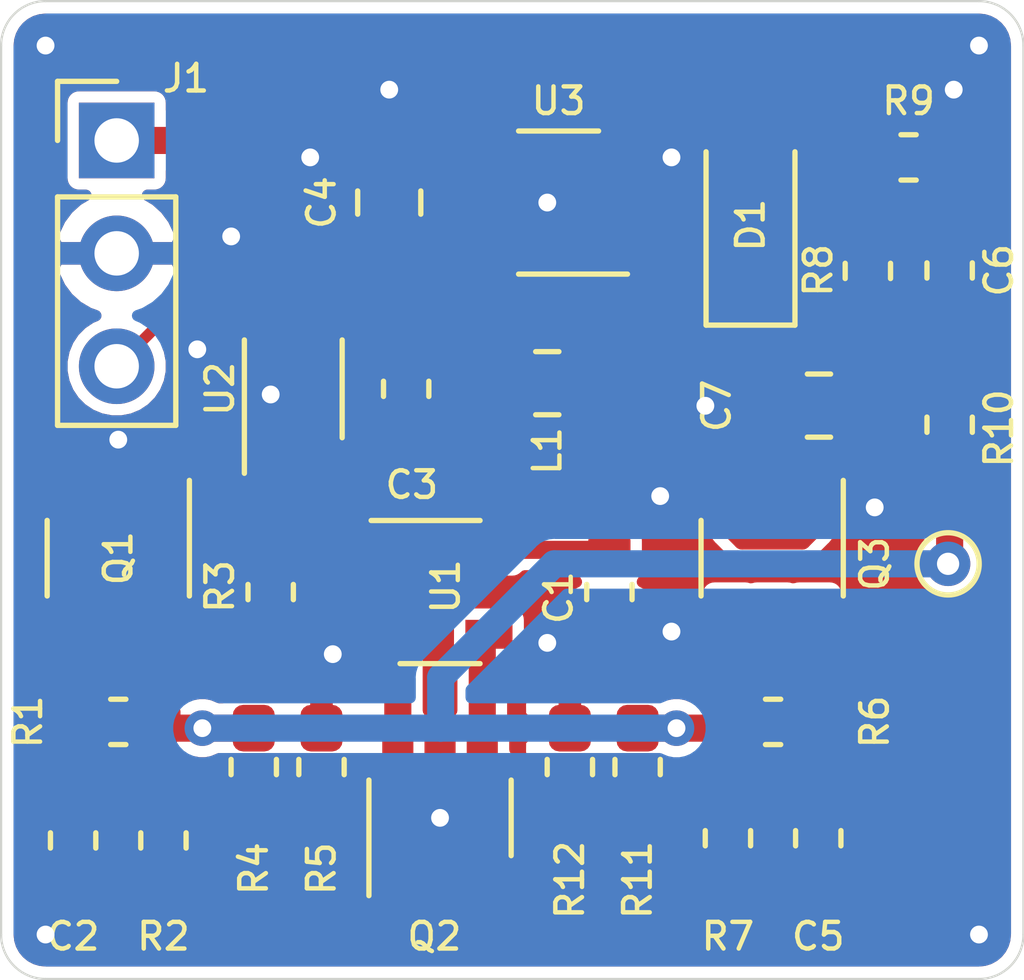
<source format=kicad_pcb>
(kicad_pcb (version 20171130) (host pcbnew "(5.1.10)-1")

  (general
    (thickness 1.6)
    (drawings 8)
    (tracks 129)
    (zones 0)
    (modules 29)
    (nets 21)
  )

  (page A4)
  (layers
    (0 F.Cu signal hide)
    (31 B.Cu signal hide)
    (32 B.Adhes user hide)
    (33 F.Adhes user hide)
    (34 B.Paste user hide)
    (35 F.Paste user hide)
    (36 B.SilkS user hide)
    (37 F.SilkS user hide)
    (38 B.Mask user hide)
    (39 F.Mask user hide)
    (40 Dwgs.User user hide)
    (41 Cmts.User user hide)
    (42 Eco1.User user hide)
    (43 Eco2.User user hide)
    (44 Edge.Cuts user)
    (45 Margin user hide)
    (46 B.CrtYd user hide)
    (47 F.CrtYd user)
    (48 B.Fab user hide)
    (49 F.Fab user)
  )

  (setup
    (last_trace_width 0.4064)
    (user_trace_width 0.4064)
    (user_trace_width 0.6096)
    (user_trace_width 0.8128)
    (user_trace_width 1)
    (trace_clearance 0.2)
    (zone_clearance 0.254)
    (zone_45_only no)
    (trace_min 0.2)
    (via_size 0.8)
    (via_drill 0.4)
    (via_min_size 0.4)
    (via_min_drill 0.3)
    (uvia_size 0.3)
    (uvia_drill 0.1)
    (uvias_allowed no)
    (uvia_min_size 0.2)
    (uvia_min_drill 0.1)
    (edge_width 0.05)
    (segment_width 0.2)
    (pcb_text_width 0.3)
    (pcb_text_size 1.5 1.5)
    (mod_edge_width 0.12)
    (mod_text_size 1 1)
    (mod_text_width 0.15)
    (pad_size 1.524 1.524)
    (pad_drill 0.762)
    (pad_to_mask_clearance 0)
    (aux_axis_origin 0 0)
    (visible_elements 7FFFFFFF)
    (pcbplotparams
      (layerselection 0x010f0_ffffffff)
      (usegerberextensions true)
      (usegerberattributes false)
      (usegerberadvancedattributes false)
      (creategerberjobfile false)
      (excludeedgelayer true)
      (linewidth 0.100000)
      (plotframeref false)
      (viasonmask false)
      (mode 1)
      (useauxorigin false)
      (hpglpennumber 1)
      (hpglpenspeed 20)
      (hpglpendiameter 15.000000)
      (psnegative false)
      (psa4output false)
      (plotreference true)
      (plotvalue true)
      (plotinvisibletext false)
      (padsonsilk false)
      (subtractmaskfromsilk false)
      (outputformat 1)
      (mirror false)
      (drillshape 0)
      (scaleselection 1)
      (outputdirectory "gerbs/"))
  )

  (net 0 "")
  (net 1 +3V3)
  (net 2 GND)
  (net 3 "Net-(C2-Pad1)")
  (net 4 "Net-(C2-Pad2)")
  (net 5 "Net-(C5-Pad2)")
  (net 6 "Net-(C5-Pad1)")
  (net 7 "Net-(C6-Pad1)")
  (net 8 "Net-(C6-Pad2)")
  (net 9 VCC)
  (net 10 "Net-(D1-Pad2)")
  (net 11 ENTROPY)
  (net 12 "Net-(Q1-Pad1)")
  (net 13 "Net-(Q1-Pad6)")
  (net 14 NOISE_POS)
  (net 15 NOISE_NEG)
  (net 16 "Net-(R3-Pad1)")
  (net 17 "Net-(R3-Pad2)")
  (net 18 "Net-(U2-Pad2)")
  (net 19 "Net-(Q3-Pad1)")
  (net 20 "Net-(Q3-Pad6)")

  (net_class Default "This is the default net class."
    (clearance 0.2)
    (trace_width 0.25)
    (via_dia 0.8)
    (via_drill 0.4)
    (uvia_dia 0.3)
    (uvia_drill 0.1)
    (add_net +3V3)
    (add_net ENTROPY)
    (add_net GND)
    (add_net NOISE_NEG)
    (add_net NOISE_POS)
    (add_net "Net-(C2-Pad1)")
    (add_net "Net-(C2-Pad2)")
    (add_net "Net-(C5-Pad1)")
    (add_net "Net-(C5-Pad2)")
    (add_net "Net-(C6-Pad1)")
    (add_net "Net-(C6-Pad2)")
    (add_net "Net-(D1-Pad2)")
    (add_net "Net-(Q1-Pad1)")
    (add_net "Net-(Q1-Pad6)")
    (add_net "Net-(Q3-Pad1)")
    (add_net "Net-(Q3-Pad6)")
    (add_net "Net-(R3-Pad1)")
    (add_net "Net-(R3-Pad2)")
    (add_net "Net-(U2-Pad2)")
    (add_net VCC)
  )

  (module Connector_PinHeader_2.54mm:PinHeader_1x03_P2.54mm_Vertical (layer F.Cu) (tedit 59FED5CC) (tstamp 60F89C08)
    (at 135.6 64.135)
    (descr "Through hole straight pin header, 1x03, 2.54mm pitch, single row")
    (tags "Through hole pin header THT 1x03 2.54mm single row")
    (path /60F90185)
    (fp_text reference J1 (at 1.56 -1.397) (layer F.SilkS)
      (effects (font (size 0.6 0.6) (thickness 0.1)))
    )
    (fp_text value Conn_01x03_Male (at -2.25 2.413 90) (layer F.Fab)
      (effects (font (size 0.6 0.6) (thickness 0.1)))
    )
    (fp_text user %R (at 0 2.54 90) (layer F.Fab)
      (effects (font (size 1 1) (thickness 0.15)))
    )
    (fp_line (start -0.635 -1.27) (end 1.27 -1.27) (layer F.Fab) (width 0.1))
    (fp_line (start 1.27 -1.27) (end 1.27 6.35) (layer F.Fab) (width 0.1))
    (fp_line (start 1.27 6.35) (end -1.27 6.35) (layer F.Fab) (width 0.1))
    (fp_line (start -1.27 6.35) (end -1.27 -0.635) (layer F.Fab) (width 0.1))
    (fp_line (start -1.27 -0.635) (end -0.635 -1.27) (layer F.Fab) (width 0.1))
    (fp_line (start -1.33 6.41) (end 1.33 6.41) (layer F.SilkS) (width 0.12))
    (fp_line (start -1.33 1.27) (end -1.33 6.41) (layer F.SilkS) (width 0.12))
    (fp_line (start 1.33 1.27) (end 1.33 6.41) (layer F.SilkS) (width 0.12))
    (fp_line (start -1.33 1.27) (end 1.33 1.27) (layer F.SilkS) (width 0.12))
    (fp_line (start -1.33 0) (end -1.33 -1.33) (layer F.SilkS) (width 0.12))
    (fp_line (start -1.33 -1.33) (end 0 -1.33) (layer F.SilkS) (width 0.12))
    (fp_line (start -1.8 -1.8) (end -1.8 6.85) (layer F.CrtYd) (width 0.05))
    (fp_line (start -1.8 6.85) (end 1.8 6.85) (layer F.CrtYd) (width 0.05))
    (fp_line (start 1.8 6.85) (end 1.8 -1.8) (layer F.CrtYd) (width 0.05))
    (fp_line (start 1.8 -1.8) (end -1.8 -1.8) (layer F.CrtYd) (width 0.05))
    (pad 3 thru_hole oval (at 0 5.08) (size 1.7 1.7) (drill 1) (layers *.Cu *.Mask)
      (net 11 ENTROPY))
    (pad 2 thru_hole oval (at 0 2.54) (size 1.7 1.7) (drill 1) (layers *.Cu *.Mask)
      (net 2 GND))
    (pad 1 thru_hole rect (at 0 0) (size 1.7 1.7) (drill 1) (layers *.Cu *.Mask)
      (net 1 +3V3))
    (model ${KISYS3DMOD}/Connector_PinHeader_2.54mm.3dshapes/PinHeader_1x03_P2.54mm_Vertical.wrl
      (at (xyz 0 0 0))
      (scale (xyz 1 1 1))
      (rotate (xyz 0 0 0))
    )
  )

  (module Diode_SMD:D_SOD-123 (layer F.Cu) (tedit 58645DC7) (tstamp 60F79DBA)
    (at 149.86 66.04 90)
    (descr SOD-123)
    (tags SOD-123)
    (path /60FBFA3C)
    (attr smd)
    (fp_text reference D1 (at 0 0 90) (layer F.SilkS)
      (effects (font (size 0.6 0.6) (thickness 0.1)))
    )
    (fp_text value D_Schottky (at 4.826 8.128 90) (layer Dwgs.User) hide
      (effects (font (size 1 1) (thickness 0.15)))
    )
    (fp_line (start -2.25 -1) (end -2.25 1) (layer F.SilkS) (width 0.12))
    (fp_line (start 0.25 0) (end 0.75 0) (layer F.Fab) (width 0.1))
    (fp_line (start 0.25 0.4) (end -0.35 0) (layer F.Fab) (width 0.1))
    (fp_line (start 0.25 -0.4) (end 0.25 0.4) (layer F.Fab) (width 0.1))
    (fp_line (start -0.35 0) (end 0.25 -0.4) (layer F.Fab) (width 0.1))
    (fp_line (start -0.35 0) (end -0.35 0.55) (layer F.Fab) (width 0.1))
    (fp_line (start -0.35 0) (end -0.35 -0.55) (layer F.Fab) (width 0.1))
    (fp_line (start -0.75 0) (end -0.35 0) (layer F.Fab) (width 0.1))
    (fp_line (start -1.4 0.9) (end -1.4 -0.9) (layer F.Fab) (width 0.1))
    (fp_line (start 1.4 0.9) (end -1.4 0.9) (layer F.Fab) (width 0.1))
    (fp_line (start 1.4 -0.9) (end 1.4 0.9) (layer F.Fab) (width 0.1))
    (fp_line (start -1.4 -0.9) (end 1.4 -0.9) (layer F.Fab) (width 0.1))
    (fp_line (start -2.35 -1.15) (end 2.35 -1.15) (layer F.CrtYd) (width 0.05))
    (fp_line (start 2.35 -1.15) (end 2.35 1.15) (layer F.CrtYd) (width 0.05))
    (fp_line (start 2.35 1.15) (end -2.35 1.15) (layer F.CrtYd) (width 0.05))
    (fp_line (start -2.35 -1.15) (end -2.35 1.15) (layer F.CrtYd) (width 0.05))
    (fp_line (start -2.25 1) (end 1.65 1) (layer F.SilkS) (width 0.12))
    (fp_line (start -2.25 -1) (end 1.65 -1) (layer F.SilkS) (width 0.12))
    (fp_text user %R (at 2.794 0 180) (layer F.Fab) hide
      (effects (font (size 0.6 0.6) (thickness 0.1)))
    )
    (pad 1 smd rect (at -1.65 0 90) (size 0.9 1.2) (layers F.Cu F.Paste F.Mask)
      (net 7 "Net-(C6-Pad1)"))
    (pad 2 smd rect (at 1.65 0 90) (size 0.9 1.2) (layers F.Cu F.Paste F.Mask)
      (net 10 "Net-(D1-Pad2)"))
    (model ${KISYS3DMOD}/Diode_SMD.3dshapes/D_SOD-123.wrl
      (at (xyz 0 0 0))
      (scale (xyz 1 1 1))
      (rotate (xyz 0 0 0))
    )
  )

  (module TestPoint:TestPoint_THTPad_D1.0mm_Drill0.5mm (layer F.Cu) (tedit 5A0F774F) (tstamp 60F8A078)
    (at 154.305 73.66 270)
    (descr "THT pad as test Point, diameter 1.0mm, hole diameter 0.5mm")
    (tags "test point THT pad")
    (path /60FC200F)
    (attr virtual)
    (fp_text reference TP1 (at 2.54 0 90) (layer Dwgs.User) hide
      (effects (font (size 1 1) (thickness 0.15)))
    )
    (fp_text value TestPoint (at 0.254 -4.699 90) (layer Dwgs.User) hide
      (effects (font (size 1 1) (thickness 0.15)))
    )
    (fp_circle (center 0 0) (end 0 0.7) (layer F.SilkS) (width 0.12))
    (fp_circle (center 0 0) (end 1 0) (layer F.CrtYd) (width 0.05))
    (pad 1 thru_hole circle (at 0 0 270) (size 1 1) (drill 0.5) (layers *.Cu *.Mask)
      (net 9 VCC))
  )

  (module Capacitor_SMD:C_0603_1608Metric_Pad1.05x0.95mm_HandSolder (layer F.Cu) (tedit 5B301BBE) (tstamp 60F78F5A)
    (at 146.685 74.295 270)
    (descr "Capacitor SMD 0603 (1608 Metric), square (rectangular) end terminal, IPC_7351 nominal with elongated pad for handsoldering. (Body size source: http://www.tortai-tech.com/upload/download/2011102023233369053.pdf), generated with kicad-footprint-generator")
    (tags "capacitor handsolder")
    (path /60FB0AF7)
    (attr smd)
    (fp_text reference C1 (at 0.127 1.143 270) (layer F.SilkS)
      (effects (font (size 0.6 0.6) (thickness 0.1)))
    )
    (fp_text value 0.1u (at 0 1.143 90) (layer F.Fab) hide
      (effects (font (size 0.6 0.6) (thickness 0.1)))
    )
    (fp_line (start -0.8 0.4) (end -0.8 -0.4) (layer F.Fab) (width 0.1))
    (fp_line (start -0.8 -0.4) (end 0.8 -0.4) (layer F.Fab) (width 0.1))
    (fp_line (start 0.8 -0.4) (end 0.8 0.4) (layer F.Fab) (width 0.1))
    (fp_line (start 0.8 0.4) (end -0.8 0.4) (layer F.Fab) (width 0.1))
    (fp_line (start -0.171267 -0.51) (end 0.171267 -0.51) (layer F.SilkS) (width 0.12))
    (fp_line (start -0.171267 0.51) (end 0.171267 0.51) (layer F.SilkS) (width 0.12))
    (fp_line (start -1.65 0.73) (end -1.65 -0.73) (layer F.CrtYd) (width 0.05))
    (fp_line (start -1.65 -0.73) (end 1.65 -0.73) (layer F.CrtYd) (width 0.05))
    (fp_line (start 1.65 -0.73) (end 1.65 0.73) (layer F.CrtYd) (width 0.05))
    (fp_line (start 1.65 0.73) (end -1.65 0.73) (layer F.CrtYd) (width 0.05))
    (fp_text user %R (at 0 0 90) (layer F.Fab) hide
      (effects (font (size 0.4 0.4) (thickness 0.06)))
    )
    (pad 1 smd roundrect (at -0.875 0 270) (size 1.05 0.95) (layers F.Cu F.Paste F.Mask) (roundrect_rratio 0.25)
      (net 1 +3V3))
    (pad 2 smd roundrect (at 0.875 0 270) (size 1.05 0.95) (layers F.Cu F.Paste F.Mask) (roundrect_rratio 0.25)
      (net 2 GND))
    (model ${KISYS3DMOD}/Capacitor_SMD.3dshapes/C_0603_1608Metric.wrl
      (at (xyz 0 0 0))
      (scale (xyz 1 1 1))
      (rotate (xyz 0 0 0))
    )
  )

  (module Capacitor_SMD:C_0603_1608Metric_Pad1.05x0.95mm_HandSolder (layer F.Cu) (tedit 5B301BBE) (tstamp 60F7CC5A)
    (at 134.62 79.883 90)
    (descr "Capacitor SMD 0603 (1608 Metric), square (rectangular) end terminal, IPC_7351 nominal with elongated pad for handsoldering. (Body size source: http://www.tortai-tech.com/upload/download/2011102023233369053.pdf), generated with kicad-footprint-generator")
    (tags "capacitor handsolder")
    (path /60F53F4B)
    (attr smd)
    (fp_text reference C2 (at -2.159 0 180) (layer F.SilkS)
      (effects (font (size 0.6 0.6) (thickness 0.1)))
    )
    (fp_text value 0.1u (at -2.159 -0.254 180) (layer F.Fab) hide
      (effects (font (size 0.6 0.6) (thickness 0.1)))
    )
    (fp_line (start -0.8 0.4) (end -0.8 -0.4) (layer F.Fab) (width 0.1))
    (fp_line (start -0.8 -0.4) (end 0.8 -0.4) (layer F.Fab) (width 0.1))
    (fp_line (start 0.8 -0.4) (end 0.8 0.4) (layer F.Fab) (width 0.1))
    (fp_line (start 0.8 0.4) (end -0.8 0.4) (layer F.Fab) (width 0.1))
    (fp_line (start -0.171267 -0.51) (end 0.171267 -0.51) (layer F.SilkS) (width 0.12))
    (fp_line (start -0.171267 0.51) (end 0.171267 0.51) (layer F.SilkS) (width 0.12))
    (fp_line (start -1.65 0.73) (end -1.65 -0.73) (layer F.CrtYd) (width 0.05))
    (fp_line (start -1.65 -0.73) (end 1.65 -0.73) (layer F.CrtYd) (width 0.05))
    (fp_line (start 1.65 -0.73) (end 1.65 0.73) (layer F.CrtYd) (width 0.05))
    (fp_line (start 1.65 0.73) (end -1.65 0.73) (layer F.CrtYd) (width 0.05))
    (fp_text user %R (at 0 0 90) (layer F.Fab) hide
      (effects (font (size 0.4 0.4) (thickness 0.06)))
    )
    (pad 1 smd roundrect (at -0.875 0 90) (size 1.05 0.95) (layers F.Cu F.Paste F.Mask) (roundrect_rratio 0.25)
      (net 3 "Net-(C2-Pad1)"))
    (pad 2 smd roundrect (at 0.875 0 90) (size 1.05 0.95) (layers F.Cu F.Paste F.Mask) (roundrect_rratio 0.25)
      (net 4 "Net-(C2-Pad2)"))
    (model ${KISYS3DMOD}/Capacitor_SMD.3dshapes/C_0603_1608Metric.wrl
      (at (xyz 0 0 0))
      (scale (xyz 1 1 1))
      (rotate (xyz 0 0 0))
    )
  )

  (module Capacitor_SMD:C_0603_1608Metric_Pad1.05x0.95mm_HandSolder (layer F.Cu) (tedit 5B301BBE) (tstamp 60F870BE)
    (at 142.113 69.723 270)
    (descr "Capacitor SMD 0603 (1608 Metric), square (rectangular) end terminal, IPC_7351 nominal with elongated pad for handsoldering. (Body size source: http://www.tortai-tech.com/upload/download/2011102023233369053.pdf), generated with kicad-footprint-generator")
    (tags "capacitor handsolder")
    (path /60FB173C)
    (attr smd)
    (fp_text reference C3 (at 2.159 -0.127 180) (layer F.SilkS)
      (effects (font (size 0.6 0.6) (thickness 0.1)))
    )
    (fp_text value 0.1u (at 2.159 -0.127 180) (layer F.Fab) hide
      (effects (font (size 0.6 0.6) (thickness 0.1)))
    )
    (fp_line (start 1.65 0.73) (end -1.65 0.73) (layer F.CrtYd) (width 0.05))
    (fp_line (start 1.65 -0.73) (end 1.65 0.73) (layer F.CrtYd) (width 0.05))
    (fp_line (start -1.65 -0.73) (end 1.65 -0.73) (layer F.CrtYd) (width 0.05))
    (fp_line (start -1.65 0.73) (end -1.65 -0.73) (layer F.CrtYd) (width 0.05))
    (fp_line (start -0.171267 0.51) (end 0.171267 0.51) (layer F.SilkS) (width 0.12))
    (fp_line (start -0.171267 -0.51) (end 0.171267 -0.51) (layer F.SilkS) (width 0.12))
    (fp_line (start 0.8 0.4) (end -0.8 0.4) (layer F.Fab) (width 0.1))
    (fp_line (start 0.8 -0.4) (end 0.8 0.4) (layer F.Fab) (width 0.1))
    (fp_line (start -0.8 -0.4) (end 0.8 -0.4) (layer F.Fab) (width 0.1))
    (fp_line (start -0.8 0.4) (end -0.8 -0.4) (layer F.Fab) (width 0.1))
    (fp_text user %R (at 0 0 90) (layer F.Fab) hide
      (effects (font (size 0.4 0.4) (thickness 0.06)))
    )
    (pad 2 smd roundrect (at 0.875 0 270) (size 1.05 0.95) (layers F.Cu F.Paste F.Mask) (roundrect_rratio 0.25)
      (net 2 GND))
    (pad 1 smd roundrect (at -0.875 0 270) (size 1.05 0.95) (layers F.Cu F.Paste F.Mask) (roundrect_rratio 0.25)
      (net 1 +3V3))
    (model ${KISYS3DMOD}/Capacitor_SMD.3dshapes/C_0603_1608Metric.wrl
      (at (xyz 0 0 0))
      (scale (xyz 1 1 1))
      (rotate (xyz 0 0 0))
    )
  )

  (module Capacitor_SMD:C_0805_2012Metric_Pad1.15x1.40mm_HandSolder (layer F.Cu) (tedit 5B36C52B) (tstamp 60F7EC99)
    (at 141.732 65.532 90)
    (descr "Capacitor SMD 0805 (2012 Metric), square (rectangular) end terminal, IPC_7351 nominal with elongated pad for handsoldering. (Body size source: https://docs.google.com/spreadsheets/d/1BsfQQcO9C6DZCsRaXUlFlo91Tg2WpOkGARC1WS5S8t0/edit?usp=sharing), generated with kicad-footprint-generator")
    (tags "capacitor handsolder")
    (path /60FBC39E)
    (attr smd)
    (fp_text reference C4 (at 0 -1.524 270) (layer F.SilkS)
      (effects (font (size 0.6 0.6) (thickness 0.1)))
    )
    (fp_text value 10u (at 0.009705 -1.524 90) (layer F.Fab) hide
      (effects (font (size 0.6 0.6) (thickness 0.1)))
    )
    (fp_line (start 1.85 0.95) (end -1.85 0.95) (layer F.CrtYd) (width 0.05))
    (fp_line (start 1.85 -0.95) (end 1.85 0.95) (layer F.CrtYd) (width 0.05))
    (fp_line (start -1.85 -0.95) (end 1.85 -0.95) (layer F.CrtYd) (width 0.05))
    (fp_line (start -1.85 0.95) (end -1.85 -0.95) (layer F.CrtYd) (width 0.05))
    (fp_line (start -0.261252 0.71) (end 0.261252 0.71) (layer F.SilkS) (width 0.12))
    (fp_line (start -0.261252 -0.71) (end 0.261252 -0.71) (layer F.SilkS) (width 0.12))
    (fp_line (start 1 0.6) (end -1 0.6) (layer F.Fab) (width 0.1))
    (fp_line (start 1 -0.6) (end 1 0.6) (layer F.Fab) (width 0.1))
    (fp_line (start -1 -0.6) (end 1 -0.6) (layer F.Fab) (width 0.1))
    (fp_line (start -1 0.6) (end -1 -0.6) (layer F.Fab) (width 0.1))
    (fp_text user %R (at 0 0 90) (layer F.Fab) hide
      (effects (font (size 0.5 0.5) (thickness 0.08)))
    )
    (pad 2 smd roundrect (at 1.025 0 90) (size 1.15 1.4) (layers F.Cu F.Paste F.Mask) (roundrect_rratio 0.2173904347826087)
      (net 2 GND))
    (pad 1 smd roundrect (at -1.025 0 90) (size 1.15 1.4) (layers F.Cu F.Paste F.Mask) (roundrect_rratio 0.2173904347826087)
      (net 1 +3V3))
    (model ${KISYS3DMOD}/Capacitor_SMD.3dshapes/C_0805_2012Metric.wrl
      (at (xyz 0 0 0))
      (scale (xyz 1 1 1))
      (rotate (xyz 0 0 0))
    )
  )

  (module Capacitor_SMD:C_0603_1608Metric_Pad1.05x0.95mm_HandSolder (layer F.Cu) (tedit 5B301BBE) (tstamp 60F78F9E)
    (at 151.384 79.833 90)
    (descr "Capacitor SMD 0603 (1608 Metric), square (rectangular) end terminal, IPC_7351 nominal with elongated pad for handsoldering. (Body size source: http://www.tortai-tech.com/upload/download/2011102023233369053.pdf), generated with kicad-footprint-generator")
    (tags "capacitor handsolder")
    (path /60F81B66)
    (attr smd)
    (fp_text reference C5 (at -2.209 0 180) (layer F.SilkS)
      (effects (font (size 0.6 0.6) (thickness 0.1)))
    )
    (fp_text value 0.1u (at -2.209 0.254 180) (layer F.Fab)
      (effects (font (size 0.6 0.6) (thickness 0.1)))
    )
    (fp_line (start 1.65 0.73) (end -1.65 0.73) (layer F.CrtYd) (width 0.05))
    (fp_line (start 1.65 -0.73) (end 1.65 0.73) (layer F.CrtYd) (width 0.05))
    (fp_line (start -1.65 -0.73) (end 1.65 -0.73) (layer F.CrtYd) (width 0.05))
    (fp_line (start -1.65 0.73) (end -1.65 -0.73) (layer F.CrtYd) (width 0.05))
    (fp_line (start -0.171267 0.51) (end 0.171267 0.51) (layer F.SilkS) (width 0.12))
    (fp_line (start -0.171267 -0.51) (end 0.171267 -0.51) (layer F.SilkS) (width 0.12))
    (fp_line (start 0.8 0.4) (end -0.8 0.4) (layer F.Fab) (width 0.1))
    (fp_line (start 0.8 -0.4) (end 0.8 0.4) (layer F.Fab) (width 0.1))
    (fp_line (start -0.8 -0.4) (end 0.8 -0.4) (layer F.Fab) (width 0.1))
    (fp_line (start -0.8 0.4) (end -0.8 -0.4) (layer F.Fab) (width 0.1))
    (fp_text user %R (at 0 0 90) (layer F.Fab)
      (effects (font (size 0.4 0.4) (thickness 0.06)))
    )
    (pad 2 smd roundrect (at 0.875 0 90) (size 1.05 0.95) (layers F.Cu F.Paste F.Mask) (roundrect_rratio 0.25)
      (net 5 "Net-(C5-Pad2)"))
    (pad 1 smd roundrect (at -0.875 0 90) (size 1.05 0.95) (layers F.Cu F.Paste F.Mask) (roundrect_rratio 0.25)
      (net 6 "Net-(C5-Pad1)"))
    (model ${KISYS3DMOD}/Capacitor_SMD.3dshapes/C_0603_1608Metric.wrl
      (at (xyz 0 0 0))
      (scale (xyz 1 1 1))
      (rotate (xyz 0 0 0))
    )
  )

  (module Capacitor_SMD:C_0603_1608Metric_Pad1.05x0.95mm_HandSolder (layer F.Cu) (tedit 5B301BBE) (tstamp 60F78FAF)
    (at 154.34 67.06 90)
    (descr "Capacitor SMD 0603 (1608 Metric), square (rectangular) end terminal, IPC_7351 nominal with elongated pad for handsoldering. (Body size source: http://www.tortai-tech.com/upload/download/2011102023233369053.pdf), generated with kicad-footprint-generator")
    (tags "capacitor handsolder")
    (path /60FBD81C)
    (attr smd)
    (fp_text reference C6 (at 0.004 1.108 270) (layer F.SilkS)
      (effects (font (size 0.6 0.6) (thickness 0.1)))
    )
    (fp_text value 22p (at 0.258 1.108 90) (layer F.Fab) hide
      (effects (font (size 0.6 0.6) (thickness 0.1)))
    )
    (fp_line (start -0.8 0.4) (end -0.8 -0.4) (layer F.Fab) (width 0.1))
    (fp_line (start -0.8 -0.4) (end 0.8 -0.4) (layer F.Fab) (width 0.1))
    (fp_line (start 0.8 -0.4) (end 0.8 0.4) (layer F.Fab) (width 0.1))
    (fp_line (start 0.8 0.4) (end -0.8 0.4) (layer F.Fab) (width 0.1))
    (fp_line (start -0.171267 -0.51) (end 0.171267 -0.51) (layer F.SilkS) (width 0.12))
    (fp_line (start -0.171267 0.51) (end 0.171267 0.51) (layer F.SilkS) (width 0.12))
    (fp_line (start -1.65 0.73) (end -1.65 -0.73) (layer F.CrtYd) (width 0.05))
    (fp_line (start -1.65 -0.73) (end 1.65 -0.73) (layer F.CrtYd) (width 0.05))
    (fp_line (start 1.65 -0.73) (end 1.65 0.73) (layer F.CrtYd) (width 0.05))
    (fp_line (start 1.65 0.73) (end -1.65 0.73) (layer F.CrtYd) (width 0.05))
    (fp_text user %R (at 0 0 90) (layer F.Fab) hide
      (effects (font (size 0.4 0.4) (thickness 0.06)))
    )
    (pad 1 smd roundrect (at -0.875 0 90) (size 1.05 0.95) (layers F.Cu F.Paste F.Mask) (roundrect_rratio 0.25)
      (net 7 "Net-(C6-Pad1)"))
    (pad 2 smd roundrect (at 0.875 0 90) (size 1.05 0.95) (layers F.Cu F.Paste F.Mask) (roundrect_rratio 0.25)
      (net 8 "Net-(C6-Pad2)"))
    (model ${KISYS3DMOD}/Capacitor_SMD.3dshapes/C_0603_1608Metric.wrl
      (at (xyz 0 0 0))
      (scale (xyz 1 1 1))
      (rotate (xyz 0 0 0))
    )
  )

  (module Capacitor_SMD:C_0805_2012Metric_Pad1.15x1.40mm_HandSolder (layer F.Cu) (tedit 5B36C52B) (tstamp 60F891BB)
    (at 151.4 70.1 180)
    (descr "Capacitor SMD 0805 (2012 Metric), square (rectangular) end terminal, IPC_7351 nominal with elongated pad for handsoldering. (Body size source: https://docs.google.com/spreadsheets/d/1BsfQQcO9C6DZCsRaXUlFlo91Tg2WpOkGARC1WS5S8t0/edit?usp=sharing), generated with kicad-footprint-generator")
    (tags "capacitor handsolder")
    (path /60FBDF99)
    (attr smd)
    (fp_text reference C7 (at 2.302 -0.004 270) (layer F.SilkS)
      (effects (font (size 0.6 0.6) (thickness 0.1)))
    )
    (fp_text value 10u (at 2.302 -0.004 90) (layer F.Fab) hide
      (effects (font (size 0.6 0.6) (thickness 0.1)))
    )
    (fp_line (start -1 0.6) (end -1 -0.6) (layer F.Fab) (width 0.1))
    (fp_line (start -1 -0.6) (end 1 -0.6) (layer F.Fab) (width 0.1))
    (fp_line (start 1 -0.6) (end 1 0.6) (layer F.Fab) (width 0.1))
    (fp_line (start 1 0.6) (end -1 0.6) (layer F.Fab) (width 0.1))
    (fp_line (start -0.261252 -0.71) (end 0.261252 -0.71) (layer F.SilkS) (width 0.12))
    (fp_line (start -0.261252 0.71) (end 0.261252 0.71) (layer F.SilkS) (width 0.12))
    (fp_line (start -1.85 0.95) (end -1.85 -0.95) (layer F.CrtYd) (width 0.05))
    (fp_line (start -1.85 -0.95) (end 1.85 -0.95) (layer F.CrtYd) (width 0.05))
    (fp_line (start 1.85 -0.95) (end 1.85 0.95) (layer F.CrtYd) (width 0.05))
    (fp_line (start 1.85 0.95) (end -1.85 0.95) (layer F.CrtYd) (width 0.05))
    (fp_text user %R (at 0 0) (layer F.Fab) hide
      (effects (font (size 0.5 0.5) (thickness 0.08)))
    )
    (pad 1 smd roundrect (at -1.025 0 180) (size 1.15 1.4) (layers F.Cu F.Paste F.Mask) (roundrect_rratio 0.2173904347826087)
      (net 9 VCC))
    (pad 2 smd roundrect (at 1.025 0 180) (size 1.15 1.4) (layers F.Cu F.Paste F.Mask) (roundrect_rratio 0.2173904347826087)
      (net 2 GND))
    (model ${KISYS3DMOD}/Capacitor_SMD.3dshapes/C_0805_2012Metric.wrl
      (at (xyz 0 0 0))
      (scale (xyz 1 1 1))
      (rotate (xyz 0 0 0))
    )
  )

  (module Inductor_SMD:L_0805_2012Metric_Pad1.15x1.40mm_HandSolder (layer F.Cu) (tedit 5B36C52B) (tstamp 60F887CC)
    (at 145.288 69.596)
    (descr "Capacitor SMD 0805 (2012 Metric), square (rectangular) end terminal, IPC_7351 nominal with elongated pad for handsoldering. (Body size source: https://docs.google.com/spreadsheets/d/1BsfQQcO9C6DZCsRaXUlFlo91Tg2WpOkGARC1WS5S8t0/edit?usp=sharing), generated with kicad-footprint-generator")
    (tags "inductor handsolder")
    (path /60FBB395)
    (attr smd)
    (fp_text reference L1 (at 0 1.524 90) (layer F.SilkS)
      (effects (font (size 0.6 0.6) (thickness 0.1)))
    )
    (fp_text value 10u (at 0.005852 1.524) (layer F.Fab) hide
      (effects (font (size 0.6 0.6) (thickness 0.1)))
    )
    (fp_line (start -1 0.6) (end -1 -0.6) (layer F.Fab) (width 0.1))
    (fp_line (start -1 -0.6) (end 1 -0.6) (layer F.Fab) (width 0.1))
    (fp_line (start 1 -0.6) (end 1 0.6) (layer F.Fab) (width 0.1))
    (fp_line (start 1 0.6) (end -1 0.6) (layer F.Fab) (width 0.1))
    (fp_line (start -0.261252 -0.71) (end 0.261252 -0.71) (layer F.SilkS) (width 0.12))
    (fp_line (start -0.261252 0.71) (end 0.261252 0.71) (layer F.SilkS) (width 0.12))
    (fp_line (start -1.85 0.95) (end -1.85 -0.95) (layer F.CrtYd) (width 0.05))
    (fp_line (start -1.85 -0.95) (end 1.85 -0.95) (layer F.CrtYd) (width 0.05))
    (fp_line (start 1.85 -0.95) (end 1.85 0.95) (layer F.CrtYd) (width 0.05))
    (fp_line (start 1.85 0.95) (end -1.85 0.95) (layer F.CrtYd) (width 0.05))
    (fp_text user %R (at 0 0) (layer F.Fab) hide
      (effects (font (size 0.5 0.5) (thickness 0.08)))
    )
    (pad 1 smd roundrect (at -1.025 0) (size 1.15 1.4) (layers F.Cu F.Paste F.Mask) (roundrect_rratio 0.2173904347826087)
      (net 1 +3V3))
    (pad 2 smd roundrect (at 1.025 0) (size 1.15 1.4) (layers F.Cu F.Paste F.Mask) (roundrect_rratio 0.2173904347826087)
      (net 10 "Net-(D1-Pad2)"))
    (model ${KISYS3DMOD}/Inductor_SMD.3dshapes/L_0805_2012Metric.wrl
      (at (xyz 0 0 0))
      (scale (xyz 1 1 1))
      (rotate (xyz 0 0 0))
    )
  )

  (module Package_TO_SOT_SMD:SuperSOT-6 (layer F.Cu) (tedit 5A02FF57) (tstamp 60F79018)
    (at 135.636 73.533 270)
    (descr "6-pin SuperSOT package http://www.mouser.com/ds/2/149/FMB5551-889214.pdf")
    (tags "SuperSOT-6 SSOT-6")
    (path /60F7A6A8)
    (attr smd)
    (fp_text reference Q1 (at 0 0 270) (layer F.SilkS)
      (effects (font (size 0.6 0.6) (thickness 0.1)))
    )
    (fp_text value FMB3904 (at 0 2.032 90) (layer F.Fab) hide
      (effects (font (size 0.6 0.6) (thickness 0.1)))
    )
    (fp_line (start 0.85 -1.6) (end -1.75 -1.6) (layer F.SilkS) (width 0.12))
    (fp_line (start 0.85 1.6) (end -0.85 1.6) (layer F.SilkS) (width 0.12))
    (fp_line (start -0.85 1.45) (end 0.85 1.45) (layer F.Fab) (width 0.12))
    (fp_line (start 0.85 1.45) (end 0.85 -1.45) (layer F.Fab) (width 0.12))
    (fp_line (start 0.85 -1.45) (end -0.4 -1.45) (layer F.Fab) (width 0.12))
    (fp_line (start -0.4 -1.45) (end -0.85 -1) (layer F.Fab) (width 0.12))
    (fp_line (start -0.85 -1) (end -0.85 1.45) (layer F.Fab) (width 0.12))
    (fp_line (start -2.05 -1.7) (end 2.05 -1.7) (layer F.CrtYd) (width 0.05))
    (fp_line (start -2.05 -1.7) (end -2.05 1.7) (layer F.CrtYd) (width 0.05))
    (fp_line (start 2.05 1.7) (end 2.05 -1.7) (layer F.CrtYd) (width 0.05))
    (fp_line (start 2.05 1.7) (end -2.05 1.7) (layer F.CrtYd) (width 0.05))
    (fp_text user %R (at 0 0) (layer F.Fab) hide
      (effects (font (size 0.5 0.5) (thickness 0.075)))
    )
    (pad 1 smd rect (at -1.3 -0.95 270) (size 1 0.7) (layers F.Cu F.Paste F.Mask)
      (net 12 "Net-(Q1-Pad1)"))
    (pad 2 smd rect (at -1.3 0 270) (size 1 0.7) (layers F.Cu F.Paste F.Mask)
      (net 2 GND))
    (pad 3 smd rect (at -1.3 0.95 270) (size 1 0.7) (layers F.Cu F.Paste F.Mask)
      (net 12 "Net-(Q1-Pad1)"))
    (pad 4 smd rect (at 1.3 0.95 270) (size 1 0.7) (layers F.Cu F.Paste F.Mask)
      (net 4 "Net-(C2-Pad2)"))
    (pad 6 smd rect (at 1.3 -0.95 270) (size 1 0.7) (layers F.Cu F.Paste F.Mask)
      (net 13 "Net-(Q1-Pad6)"))
    (pad 5 smd rect (at 1.3 0 270) (size 1 0.7) (layers F.Cu F.Paste F.Mask)
      (net 4 "Net-(C2-Pad2)"))
    (model ${KISYS3DMOD}/Package_TO_SOT_SMD.3dshapes/SuperSOT-6.wrl
      (at (xyz 0 0 0))
      (scale (xyz 1 1 1))
      (rotate (xyz 0 0 0))
    )
  )

  (module Package_TO_SOT_SMD:SuperSOT-6 (layer F.Cu) (tedit 5A02FF57) (tstamp 60F7902E)
    (at 142.875 79.375 90)
    (descr "6-pin SuperSOT package http://www.mouser.com/ds/2/149/FMB5551-889214.pdf")
    (tags "SuperSOT-6 SSOT-6")
    (path /60F82B08)
    (attr smd)
    (fp_text reference Q2 (at -2.667 -0.127 180) (layer F.SilkS)
      (effects (font (size 0.6 0.6) (thickness 0.1)))
    )
    (fp_text value FMB3904 (at -2.667 -0.127 180) (layer F.Fab) hide
      (effects (font (size 0.6 0.6) (thickness 0.1)))
    )
    (fp_line (start 2.05 1.7) (end -2.05 1.7) (layer F.CrtYd) (width 0.05))
    (fp_line (start 2.05 1.7) (end 2.05 -1.7) (layer F.CrtYd) (width 0.05))
    (fp_line (start -2.05 -1.7) (end -2.05 1.7) (layer F.CrtYd) (width 0.05))
    (fp_line (start -2.05 -1.7) (end 2.05 -1.7) (layer F.CrtYd) (width 0.05))
    (fp_line (start -0.85 -1) (end -0.85 1.45) (layer F.Fab) (width 0.12))
    (fp_line (start -0.4 -1.45) (end -0.85 -1) (layer F.Fab) (width 0.12))
    (fp_line (start 0.85 -1.45) (end -0.4 -1.45) (layer F.Fab) (width 0.12))
    (fp_line (start 0.85 1.45) (end 0.85 -1.45) (layer F.Fab) (width 0.12))
    (fp_line (start -0.85 1.45) (end 0.85 1.45) (layer F.Fab) (width 0.12))
    (fp_line (start 0.85 1.6) (end -0.85 1.6) (layer F.SilkS) (width 0.12))
    (fp_line (start 0.85 -1.6) (end -1.75 -1.6) (layer F.SilkS) (width 0.12))
    (fp_text user %R (at 0 0) (layer F.Fab) hide
      (effects (font (size 0.5 0.5) (thickness 0.075)))
    )
    (pad 5 smd rect (at 1.3 0 90) (size 1 0.7) (layers F.Cu F.Paste F.Mask)
      (net 2 GND))
    (pad 6 smd rect (at 1.3 -0.95 90) (size 1 0.7) (layers F.Cu F.Paste F.Mask)
      (net 14 NOISE_POS))
    (pad 4 smd rect (at 1.3 0.95 90) (size 1 0.7) (layers F.Cu F.Paste F.Mask)
      (net 15 NOISE_NEG))
    (pad 3 smd rect (at -1.3 0.95 90) (size 1 0.7) (layers F.Cu F.Paste F.Mask)
      (net 6 "Net-(C5-Pad1)"))
    (pad 2 smd rect (at -1.3 0 90) (size 1 0.7) (layers F.Cu F.Paste F.Mask)
      (net 2 GND))
    (pad 1 smd rect (at -1.3 -0.95 90) (size 1 0.7) (layers F.Cu F.Paste F.Mask)
      (net 3 "Net-(C2-Pad1)"))
    (model ${KISYS3DMOD}/Package_TO_SOT_SMD.3dshapes/SuperSOT-6.wrl
      (at (xyz 0 0 0))
      (scale (xyz 1 1 1))
      (rotate (xyz 0 0 0))
    )
  )

  (module Package_TO_SOT_SMD:SuperSOT-6 (layer F.Cu) (tedit 5A02FF57) (tstamp 60F8A8EA)
    (at 150.347201 73.533 270)
    (descr "6-pin SuperSOT package http://www.mouser.com/ds/2/149/FMB5551-889214.pdf")
    (tags "SuperSOT-6 SSOT-6")
    (path /60F84170)
    (attr smd)
    (fp_text reference Q3 (at 0.127 -2.306799 90) (layer F.SilkS)
      (effects (font (size 0.6 0.6) (thickness 0.1)))
    )
    (fp_text value FMB3904 (at 0 2.265201 90) (layer F.Fab) hide
      (effects (font (size 0.6 0.6) (thickness 0.1)))
    )
    (fp_line (start 0.85 -1.6) (end -1.75 -1.6) (layer F.SilkS) (width 0.12))
    (fp_line (start 0.85 1.6) (end -0.85 1.6) (layer F.SilkS) (width 0.12))
    (fp_line (start -0.85 1.45) (end 0.85 1.45) (layer F.Fab) (width 0.12))
    (fp_line (start 0.85 1.45) (end 0.85 -1.45) (layer F.Fab) (width 0.12))
    (fp_line (start 0.85 -1.45) (end -0.4 -1.45) (layer F.Fab) (width 0.12))
    (fp_line (start -0.4 -1.45) (end -0.85 -1) (layer F.Fab) (width 0.12))
    (fp_line (start -0.85 -1) (end -0.85 1.45) (layer F.Fab) (width 0.12))
    (fp_line (start -2.05 -1.7) (end 2.05 -1.7) (layer F.CrtYd) (width 0.05))
    (fp_line (start -2.05 -1.7) (end -2.05 1.7) (layer F.CrtYd) (width 0.05))
    (fp_line (start 2.05 1.7) (end 2.05 -1.7) (layer F.CrtYd) (width 0.05))
    (fp_line (start 2.05 1.7) (end -2.05 1.7) (layer F.CrtYd) (width 0.05))
    (fp_text user %R (at 0 0) (layer F.Fab) hide
      (effects (font (size 0.5 0.5) (thickness 0.075)))
    )
    (pad 1 smd rect (at -1.3 -0.95 270) (size 1 0.7) (layers F.Cu F.Paste F.Mask)
      (net 19 "Net-(Q3-Pad1)"))
    (pad 2 smd rect (at -1.3 0 270) (size 1 0.7) (layers F.Cu F.Paste F.Mask)
      (net 2 GND))
    (pad 3 smd rect (at -1.3 0.95 270) (size 1 0.7) (layers F.Cu F.Paste F.Mask)
      (net 19 "Net-(Q3-Pad1)"))
    (pad 4 smd rect (at 1.3 0.95 270) (size 1 0.7) (layers F.Cu F.Paste F.Mask)
      (net 5 "Net-(C5-Pad2)"))
    (pad 6 smd rect (at 1.3 -0.95 270) (size 1 0.7) (layers F.Cu F.Paste F.Mask)
      (net 20 "Net-(Q3-Pad6)"))
    (pad 5 smd rect (at 1.3 0 270) (size 1 0.7) (layers F.Cu F.Paste F.Mask)
      (net 5 "Net-(C5-Pad2)"))
    (model ${KISYS3DMOD}/Package_TO_SOT_SMD.3dshapes/SuperSOT-6.wrl
      (at (xyz 0 0 0))
      (scale (xyz 1 1 1))
      (rotate (xyz 0 0 0))
    )
  )

  (module Resistor_SMD:R_0603_1608Metric_Pad1.05x0.95mm_HandSolder (layer F.Cu) (tedit 5B301BBD) (tstamp 60F7BF8B)
    (at 135.636 77.216 180)
    (descr "Resistor SMD 0603 (1608 Metric), square (rectangular) end terminal, IPC_7351 nominal with elongated pad for handsoldering. (Body size source: http://www.tortai-tech.com/upload/download/2011102023233369053.pdf), generated with kicad-footprint-generator")
    (tags "resistor handsolder")
    (path /60F529D1)
    (attr smd)
    (fp_text reference R1 (at 2.032 0 270) (layer F.SilkS)
      (effects (font (size 0.6 0.6) (thickness 0.1)))
    )
    (fp_text value 15k (at 0 1.016) (layer F.Fab) hide
      (effects (font (size 0.6 0.6) (thickness 0.1)))
    )
    (fp_line (start 1.65 0.73) (end -1.65 0.73) (layer F.CrtYd) (width 0.05))
    (fp_line (start 1.65 -0.73) (end 1.65 0.73) (layer F.CrtYd) (width 0.05))
    (fp_line (start -1.65 -0.73) (end 1.65 -0.73) (layer F.CrtYd) (width 0.05))
    (fp_line (start -1.65 0.73) (end -1.65 -0.73) (layer F.CrtYd) (width 0.05))
    (fp_line (start -0.171267 0.51) (end 0.171267 0.51) (layer F.SilkS) (width 0.12))
    (fp_line (start -0.171267 -0.51) (end 0.171267 -0.51) (layer F.SilkS) (width 0.12))
    (fp_line (start 0.8 0.4) (end -0.8 0.4) (layer F.Fab) (width 0.1))
    (fp_line (start 0.8 -0.4) (end 0.8 0.4) (layer F.Fab) (width 0.1))
    (fp_line (start -0.8 -0.4) (end 0.8 -0.4) (layer F.Fab) (width 0.1))
    (fp_line (start -0.8 0.4) (end -0.8 -0.4) (layer F.Fab) (width 0.1))
    (fp_text user %R (at 0 0) (layer F.Fab) hide
      (effects (font (size 0.4 0.4) (thickness 0.06)))
    )
    (pad 2 smd roundrect (at 0.875 0 180) (size 1.05 0.95) (layers F.Cu F.Paste F.Mask) (roundrect_rratio 0.25)
      (net 4 "Net-(C2-Pad2)"))
    (pad 1 smd roundrect (at -0.875 0 180) (size 1.05 0.95) (layers F.Cu F.Paste F.Mask) (roundrect_rratio 0.25)
      (net 9 VCC))
    (model ${KISYS3DMOD}/Resistor_SMD.3dshapes/R_0603_1608Metric.wrl
      (at (xyz 0 0 0))
      (scale (xyz 1 1 1))
      (rotate (xyz 0 0 0))
    )
  )

  (module Resistor_SMD:R_0603_1608Metric_Pad1.05x0.95mm_HandSolder (layer F.Cu) (tedit 5B301BBD) (tstamp 60F79066)
    (at 136.652 79.883 270)
    (descr "Resistor SMD 0603 (1608 Metric), square (rectangular) end terminal, IPC_7351 nominal with elongated pad for handsoldering. (Body size source: http://www.tortai-tech.com/upload/download/2011102023233369053.pdf), generated with kicad-footprint-generator")
    (tags "resistor handsolder")
    (path /60F54ECD)
    (attr smd)
    (fp_text reference R2 (at 2.159 0 180) (layer F.SilkS)
      (effects (font (size 0.6 0.6) (thickness 0.1)))
    )
    (fp_text value 2.7M (at 2.159 -0.254 180) (layer F.Fab) hide
      (effects (font (size 0.6 0.6) (thickness 0.1)))
    )
    (fp_line (start -0.8 0.4) (end -0.8 -0.4) (layer F.Fab) (width 0.1))
    (fp_line (start -0.8 -0.4) (end 0.8 -0.4) (layer F.Fab) (width 0.1))
    (fp_line (start 0.8 -0.4) (end 0.8 0.4) (layer F.Fab) (width 0.1))
    (fp_line (start 0.8 0.4) (end -0.8 0.4) (layer F.Fab) (width 0.1))
    (fp_line (start -0.171267 -0.51) (end 0.171267 -0.51) (layer F.SilkS) (width 0.12))
    (fp_line (start -0.171267 0.51) (end 0.171267 0.51) (layer F.SilkS) (width 0.12))
    (fp_line (start -1.65 0.73) (end -1.65 -0.73) (layer F.CrtYd) (width 0.05))
    (fp_line (start -1.65 -0.73) (end 1.65 -0.73) (layer F.CrtYd) (width 0.05))
    (fp_line (start 1.65 -0.73) (end 1.65 0.73) (layer F.CrtYd) (width 0.05))
    (fp_line (start 1.65 0.73) (end -1.65 0.73) (layer F.CrtYd) (width 0.05))
    (fp_text user %R (at 0 0 90) (layer F.Fab) hide
      (effects (font (size 0.4 0.4) (thickness 0.06)))
    )
    (pad 1 smd roundrect (at -0.875 0 270) (size 1.05 0.95) (layers F.Cu F.Paste F.Mask) (roundrect_rratio 0.25)
      (net 9 VCC))
    (pad 2 smd roundrect (at 0.875 0 270) (size 1.05 0.95) (layers F.Cu F.Paste F.Mask) (roundrect_rratio 0.25)
      (net 3 "Net-(C2-Pad1)"))
    (model ${KISYS3DMOD}/Resistor_SMD.3dshapes/R_0603_1608Metric.wrl
      (at (xyz 0 0 0))
      (scale (xyz 1 1 1))
      (rotate (xyz 0 0 0))
    )
  )

  (module Resistor_SMD:R_0603_1608Metric_Pad1.05x0.95mm_HandSolder (layer F.Cu) (tedit 5B301BBD) (tstamp 60F79077)
    (at 139.065 74.295 270)
    (descr "Resistor SMD 0603 (1608 Metric), square (rectangular) end terminal, IPC_7351 nominal with elongated pad for handsoldering. (Body size source: http://www.tortai-tech.com/upload/download/2011102023233369053.pdf), generated with kicad-footprint-generator")
    (tags "resistor handsolder")
    (path /60F895CF)
    (attr smd)
    (fp_text reference R3 (at -0.127 1.143 270) (layer F.SilkS)
      (effects (font (size 0.6 0.6) (thickness 0.1)))
    )
    (fp_text value 10k (at 0 -1.143 90) (layer F.Fab) hide
      (effects (font (size 0.6 0.6) (thickness 0.1)))
    )
    (fp_line (start -0.8 0.4) (end -0.8 -0.4) (layer F.Fab) (width 0.1))
    (fp_line (start -0.8 -0.4) (end 0.8 -0.4) (layer F.Fab) (width 0.1))
    (fp_line (start 0.8 -0.4) (end 0.8 0.4) (layer F.Fab) (width 0.1))
    (fp_line (start 0.8 0.4) (end -0.8 0.4) (layer F.Fab) (width 0.1))
    (fp_line (start -0.171267 -0.51) (end 0.171267 -0.51) (layer F.SilkS) (width 0.12))
    (fp_line (start -0.171267 0.51) (end 0.171267 0.51) (layer F.SilkS) (width 0.12))
    (fp_line (start -1.65 0.73) (end -1.65 -0.73) (layer F.CrtYd) (width 0.05))
    (fp_line (start -1.65 -0.73) (end 1.65 -0.73) (layer F.CrtYd) (width 0.05))
    (fp_line (start 1.65 -0.73) (end 1.65 0.73) (layer F.CrtYd) (width 0.05))
    (fp_line (start 1.65 0.73) (end -1.65 0.73) (layer F.CrtYd) (width 0.05))
    (fp_text user %R (at 0 0 90) (layer F.Fab) hide
      (effects (font (size 0.4 0.4) (thickness 0.06)))
    )
    (pad 1 smd roundrect (at -0.875 0 270) (size 1.05 0.95) (layers F.Cu F.Paste F.Mask) (roundrect_rratio 0.25)
      (net 16 "Net-(R3-Pad1)"))
    (pad 2 smd roundrect (at 0.875 0 270) (size 1.05 0.95) (layers F.Cu F.Paste F.Mask) (roundrect_rratio 0.25)
      (net 17 "Net-(R3-Pad2)"))
    (model ${KISYS3DMOD}/Resistor_SMD.3dshapes/R_0603_1608Metric.wrl
      (at (xyz 0 0 0))
      (scale (xyz 1 1 1))
      (rotate (xyz 0 0 0))
    )
  )

  (module Resistor_SMD:R_0603_1608Metric_Pad1.05x0.95mm_HandSolder (layer F.Cu) (tedit 5B301BBD) (tstamp 60F7D4E0)
    (at 138.684 78.232 270)
    (descr "Resistor SMD 0603 (1608 Metric), square (rectangular) end terminal, IPC_7351 nominal with elongated pad for handsoldering. (Body size source: http://www.tortai-tech.com/upload/download/2011102023233369053.pdf), generated with kicad-footprint-generator")
    (tags "resistor handsolder")
    (path /60F580DE)
    (attr smd)
    (fp_text reference R4 (at 2.286 0 90) (layer F.SilkS)
      (effects (font (size 0.6 0.6) (thickness 0.1)))
    )
    (fp_text value 15k (at 2.54 0 90) (layer F.Fab) hide
      (effects (font (size 0.6 0.6) (thickness 0.1)))
    )
    (fp_line (start 1.65 0.73) (end -1.65 0.73) (layer F.CrtYd) (width 0.05))
    (fp_line (start 1.65 -0.73) (end 1.65 0.73) (layer F.CrtYd) (width 0.05))
    (fp_line (start -1.65 -0.73) (end 1.65 -0.73) (layer F.CrtYd) (width 0.05))
    (fp_line (start -1.65 0.73) (end -1.65 -0.73) (layer F.CrtYd) (width 0.05))
    (fp_line (start -0.171267 0.51) (end 0.171267 0.51) (layer F.SilkS) (width 0.12))
    (fp_line (start -0.171267 -0.51) (end 0.171267 -0.51) (layer F.SilkS) (width 0.12))
    (fp_line (start 0.8 0.4) (end -0.8 0.4) (layer F.Fab) (width 0.1))
    (fp_line (start 0.8 -0.4) (end 0.8 0.4) (layer F.Fab) (width 0.1))
    (fp_line (start -0.8 -0.4) (end 0.8 -0.4) (layer F.Fab) (width 0.1))
    (fp_line (start -0.8 0.4) (end -0.8 -0.4) (layer F.Fab) (width 0.1))
    (fp_text user %R (at 0 0 90) (layer F.Fab) hide
      (effects (font (size 0.4 0.4) (thickness 0.06)))
    )
    (pad 2 smd roundrect (at 0.875 0 270) (size 1.05 0.95) (layers F.Cu F.Paste F.Mask) (roundrect_rratio 0.25)
      (net 14 NOISE_POS))
    (pad 1 smd roundrect (at -0.875 0 270) (size 1.05 0.95) (layers F.Cu F.Paste F.Mask) (roundrect_rratio 0.25)
      (net 9 VCC))
    (model ${KISYS3DMOD}/Resistor_SMD.3dshapes/R_0603_1608Metric.wrl
      (at (xyz 0 0 0))
      (scale (xyz 1 1 1))
      (rotate (xyz 0 0 0))
    )
  )

  (module Resistor_SMD:R_0603_1608Metric_Pad1.05x0.95mm_HandSolder (layer F.Cu) (tedit 5B301BBD) (tstamp 60F79099)
    (at 140.208 78.232 90)
    (descr "Resistor SMD 0603 (1608 Metric), square (rectangular) end terminal, IPC_7351 nominal with elongated pad for handsoldering. (Body size source: http://www.tortai-tech.com/upload/download/2011102023233369053.pdf), generated with kicad-footprint-generator")
    (tags "resistor handsolder")
    (path /60F5AFF8)
    (attr smd)
    (fp_text reference R5 (at -2.286 0 90) (layer F.SilkS)
      (effects (font (size 0.6 0.6) (thickness 0.1)))
    )
    (fp_text value 15k (at -2.54 0 90) (layer F.Fab) hide
      (effects (font (size 0.6 0.6) (thickness 0.1)))
    )
    (fp_line (start -0.8 0.4) (end -0.8 -0.4) (layer F.Fab) (width 0.1))
    (fp_line (start -0.8 -0.4) (end 0.8 -0.4) (layer F.Fab) (width 0.1))
    (fp_line (start 0.8 -0.4) (end 0.8 0.4) (layer F.Fab) (width 0.1))
    (fp_line (start 0.8 0.4) (end -0.8 0.4) (layer F.Fab) (width 0.1))
    (fp_line (start -0.171267 -0.51) (end 0.171267 -0.51) (layer F.SilkS) (width 0.12))
    (fp_line (start -0.171267 0.51) (end 0.171267 0.51) (layer F.SilkS) (width 0.12))
    (fp_line (start -1.65 0.73) (end -1.65 -0.73) (layer F.CrtYd) (width 0.05))
    (fp_line (start -1.65 -0.73) (end 1.65 -0.73) (layer F.CrtYd) (width 0.05))
    (fp_line (start 1.65 -0.73) (end 1.65 0.73) (layer F.CrtYd) (width 0.05))
    (fp_line (start 1.65 0.73) (end -1.65 0.73) (layer F.CrtYd) (width 0.05))
    (fp_text user %R (at 0 0 90) (layer F.Fab) hide
      (effects (font (size 0.4 0.4) (thickness 0.06)))
    )
    (pad 1 smd roundrect (at -0.875 0 90) (size 1.05 0.95) (layers F.Cu F.Paste F.Mask) (roundrect_rratio 0.25)
      (net 14 NOISE_POS))
    (pad 2 smd roundrect (at 0.875 0 90) (size 1.05 0.95) (layers F.Cu F.Paste F.Mask) (roundrect_rratio 0.25)
      (net 2 GND))
    (model ${KISYS3DMOD}/Resistor_SMD.3dshapes/R_0603_1608Metric.wrl
      (at (xyz 0 0 0))
      (scale (xyz 1 1 1))
      (rotate (xyz 0 0 0))
    )
  )

  (module Resistor_SMD:R_0603_1608Metric_Pad1.05x0.95mm_HandSolder (layer F.Cu) (tedit 5B301BBD) (tstamp 60F790AA)
    (at 150.368 77.216)
    (descr "Resistor SMD 0603 (1608 Metric), square (rectangular) end terminal, IPC_7351 nominal with elongated pad for handsoldering. (Body size source: http://www.tortai-tech.com/upload/download/2011102023233369053.pdf), generated with kicad-footprint-generator")
    (tags "resistor handsolder")
    (path /60F81B59)
    (attr smd)
    (fp_text reference R6 (at 2.286 0 90) (layer F.SilkS)
      (effects (font (size 0.6 0.6) (thickness 0.1)))
    )
    (fp_text value 15k (at 2.286 0 90) (layer F.Fab)
      (effects (font (size 0.6 0.6) (thickness 0.1)))
    )
    (fp_line (start 1.65 0.73) (end -1.65 0.73) (layer F.CrtYd) (width 0.05))
    (fp_line (start 1.65 -0.73) (end 1.65 0.73) (layer F.CrtYd) (width 0.05))
    (fp_line (start -1.65 -0.73) (end 1.65 -0.73) (layer F.CrtYd) (width 0.05))
    (fp_line (start -1.65 0.73) (end -1.65 -0.73) (layer F.CrtYd) (width 0.05))
    (fp_line (start -0.171267 0.51) (end 0.171267 0.51) (layer F.SilkS) (width 0.12))
    (fp_line (start -0.171267 -0.51) (end 0.171267 -0.51) (layer F.SilkS) (width 0.12))
    (fp_line (start 0.8 0.4) (end -0.8 0.4) (layer F.Fab) (width 0.1))
    (fp_line (start 0.8 -0.4) (end 0.8 0.4) (layer F.Fab) (width 0.1))
    (fp_line (start -0.8 -0.4) (end 0.8 -0.4) (layer F.Fab) (width 0.1))
    (fp_line (start -0.8 0.4) (end -0.8 -0.4) (layer F.Fab) (width 0.1))
    (fp_text user %R (at 0 0) (layer F.Fab)
      (effects (font (size 0.4 0.4) (thickness 0.06)))
    )
    (pad 2 smd roundrect (at 0.875 0) (size 1.05 0.95) (layers F.Cu F.Paste F.Mask) (roundrect_rratio 0.25)
      (net 5 "Net-(C5-Pad2)"))
    (pad 1 smd roundrect (at -0.875 0) (size 1.05 0.95) (layers F.Cu F.Paste F.Mask) (roundrect_rratio 0.25)
      (net 9 VCC))
    (model ${KISYS3DMOD}/Resistor_SMD.3dshapes/R_0603_1608Metric.wrl
      (at (xyz 0 0 0))
      (scale (xyz 1 1 1))
      (rotate (xyz 0 0 0))
    )
  )

  (module Resistor_SMD:R_0603_1608Metric_Pad1.05x0.95mm_HandSolder (layer F.Cu) (tedit 5B301BBD) (tstamp 60F790BB)
    (at 149.352 79.833 270)
    (descr "Resistor SMD 0603 (1608 Metric), square (rectangular) end terminal, IPC_7351 nominal with elongated pad for handsoldering. (Body size source: http://www.tortai-tech.com/upload/download/2011102023233369053.pdf), generated with kicad-footprint-generator")
    (tags "resistor handsolder")
    (path /60F81B6D)
    (attr smd)
    (fp_text reference R7 (at 2.209 0) (layer F.SilkS)
      (effects (font (size 0.6 0.6) (thickness 0.1)))
    )
    (fp_text value 2.7M (at 2.209 0.254 180) (layer F.Fab) hide
      (effects (font (size 0.6 0.6) (thickness 0.1)))
    )
    (fp_line (start 1.65 0.73) (end -1.65 0.73) (layer F.CrtYd) (width 0.05))
    (fp_line (start 1.65 -0.73) (end 1.65 0.73) (layer F.CrtYd) (width 0.05))
    (fp_line (start -1.65 -0.73) (end 1.65 -0.73) (layer F.CrtYd) (width 0.05))
    (fp_line (start -1.65 0.73) (end -1.65 -0.73) (layer F.CrtYd) (width 0.05))
    (fp_line (start -0.171267 0.51) (end 0.171267 0.51) (layer F.SilkS) (width 0.12))
    (fp_line (start -0.171267 -0.51) (end 0.171267 -0.51) (layer F.SilkS) (width 0.12))
    (fp_line (start 0.8 0.4) (end -0.8 0.4) (layer F.Fab) (width 0.1))
    (fp_line (start 0.8 -0.4) (end 0.8 0.4) (layer F.Fab) (width 0.1))
    (fp_line (start -0.8 -0.4) (end 0.8 -0.4) (layer F.Fab) (width 0.1))
    (fp_line (start -0.8 0.4) (end -0.8 -0.4) (layer F.Fab) (width 0.1))
    (fp_text user %R (at 0 0 90) (layer F.Fab) hide
      (effects (font (size 0.4 0.4) (thickness 0.06)))
    )
    (pad 2 smd roundrect (at 0.875 0 270) (size 1.05 0.95) (layers F.Cu F.Paste F.Mask) (roundrect_rratio 0.25)
      (net 6 "Net-(C5-Pad1)"))
    (pad 1 smd roundrect (at -0.875 0 270) (size 1.05 0.95) (layers F.Cu F.Paste F.Mask) (roundrect_rratio 0.25)
      (net 9 VCC))
    (model ${KISYS3DMOD}/Resistor_SMD.3dshapes/R_0603_1608Metric.wrl
      (at (xyz 0 0 0))
      (scale (xyz 1 1 1))
      (rotate (xyz 0 0 0))
    )
  )

  (module Resistor_SMD:R_0603_1608Metric_Pad1.05x0.95mm_HandSolder (layer F.Cu) (tedit 5B301BBD) (tstamp 60F88EFE)
    (at 152.5 67.07 90)
    (descr "Resistor SMD 0603 (1608 Metric), square (rectangular) end terminal, IPC_7351 nominal with elongated pad for handsoldering. (Body size source: http://www.tortai-tech.com/upload/download/2011102023233369053.pdf), generated with kicad-footprint-generator")
    (tags "resistor handsolder")
    (path /60FBEA04)
    (attr smd)
    (fp_text reference R8 (at 0.014 -1.116 270) (layer F.SilkS)
      (effects (font (size 0.6 0.6) (thickness 0.1)))
    )
    (fp_text value 2.2M (at 0.014 -1.116 270) (layer F.Fab) hide
      (effects (font (size 0.6 0.6) (thickness 0.1)))
    )
    (fp_line (start 1.65 0.73) (end -1.65 0.73) (layer F.CrtYd) (width 0.05))
    (fp_line (start 1.65 -0.73) (end 1.65 0.73) (layer F.CrtYd) (width 0.05))
    (fp_line (start -1.65 -0.73) (end 1.65 -0.73) (layer F.CrtYd) (width 0.05))
    (fp_line (start -1.65 0.73) (end -1.65 -0.73) (layer F.CrtYd) (width 0.05))
    (fp_line (start -0.171267 0.51) (end 0.171267 0.51) (layer F.SilkS) (width 0.12))
    (fp_line (start -0.171267 -0.51) (end 0.171267 -0.51) (layer F.SilkS) (width 0.12))
    (fp_line (start 0.8 0.4) (end -0.8 0.4) (layer F.Fab) (width 0.1))
    (fp_line (start 0.8 -0.4) (end 0.8 0.4) (layer F.Fab) (width 0.1))
    (fp_line (start -0.8 -0.4) (end 0.8 -0.4) (layer F.Fab) (width 0.1))
    (fp_line (start -0.8 0.4) (end -0.8 -0.4) (layer F.Fab) (width 0.1))
    (fp_text user %R (at 0 0 90) (layer F.Fab) hide
      (effects (font (size 0.4 0.4) (thickness 0.06)))
    )
    (pad 2 smd roundrect (at 0.875 0 90) (size 1.05 0.95) (layers F.Cu F.Paste F.Mask) (roundrect_rratio 0.25)
      (net 8 "Net-(C6-Pad2)"))
    (pad 1 smd roundrect (at -0.875 0 90) (size 1.05 0.95) (layers F.Cu F.Paste F.Mask) (roundrect_rratio 0.25)
      (net 7 "Net-(C6-Pad1)"))
    (model ${KISYS3DMOD}/Resistor_SMD.3dshapes/R_0603_1608Metric.wrl
      (at (xyz 0 0 0))
      (scale (xyz 1 1 1))
      (rotate (xyz 0 0 0))
    )
  )

  (module Resistor_SMD:R_0603_1608Metric_Pad1.05x0.95mm_HandSolder (layer F.Cu) (tedit 5B301BBD) (tstamp 60F7E796)
    (at 153.416 64.516)
    (descr "Resistor SMD 0603 (1608 Metric), square (rectangular) end terminal, IPC_7351 nominal with elongated pad for handsoldering. (Body size source: http://www.tortai-tech.com/upload/download/2011102023233369053.pdf), generated with kicad-footprint-generator")
    (tags "resistor handsolder")
    (path /60FBF0C6)
    (attr smd)
    (fp_text reference R9 (at 0 -1.27 180) (layer F.SilkS)
      (effects (font (size 0.6 0.6) (thickness 0.1)))
    )
    (fp_text value 160k (at 0 -1.27) (layer F.Fab) hide
      (effects (font (size 0.6 0.6) (thickness 0.1)))
    )
    (fp_line (start -0.8 0.4) (end -0.8 -0.4) (layer F.Fab) (width 0.1))
    (fp_line (start -0.8 -0.4) (end 0.8 -0.4) (layer F.Fab) (width 0.1))
    (fp_line (start 0.8 -0.4) (end 0.8 0.4) (layer F.Fab) (width 0.1))
    (fp_line (start 0.8 0.4) (end -0.8 0.4) (layer F.Fab) (width 0.1))
    (fp_line (start -0.171267 -0.51) (end 0.171267 -0.51) (layer F.SilkS) (width 0.12))
    (fp_line (start -0.171267 0.51) (end 0.171267 0.51) (layer F.SilkS) (width 0.12))
    (fp_line (start -1.65 0.73) (end -1.65 -0.73) (layer F.CrtYd) (width 0.05))
    (fp_line (start -1.65 -0.73) (end 1.65 -0.73) (layer F.CrtYd) (width 0.05))
    (fp_line (start 1.65 -0.73) (end 1.65 0.73) (layer F.CrtYd) (width 0.05))
    (fp_line (start 1.65 0.73) (end -1.65 0.73) (layer F.CrtYd) (width 0.05))
    (fp_text user %R (at 0 0) (layer F.Fab) hide
      (effects (font (size 0.4 0.4) (thickness 0.06)))
    )
    (pad 1 smd roundrect (at -0.875 0) (size 1.05 0.95) (layers F.Cu F.Paste F.Mask) (roundrect_rratio 0.25)
      (net 8 "Net-(C6-Pad2)"))
    (pad 2 smd roundrect (at 0.875 0) (size 1.05 0.95) (layers F.Cu F.Paste F.Mask) (roundrect_rratio 0.25)
      (net 2 GND))
    (model ${KISYS3DMOD}/Resistor_SMD.3dshapes/R_0603_1608Metric.wrl
      (at (xyz 0 0 0))
      (scale (xyz 1 1 1))
      (rotate (xyz 0 0 0))
    )
  )

  (module Resistor_SMD:R_0603_1608Metric_Pad1.05x0.95mm_HandSolder (layer F.Cu) (tedit 5B301BBD) (tstamp 60F8920C)
    (at 154.34 70.53 90)
    (descr "Resistor SMD 0603 (1608 Metric), square (rectangular) end terminal, IPC_7351 nominal with elongated pad for handsoldering. (Body size source: http://www.tortai-tech.com/upload/download/2011102023233369053.pdf), generated with kicad-footprint-generator")
    (tags "resistor handsolder")
    (path /60FF855D)
    (attr smd)
    (fp_text reference R10 (at -0.082 1.108 270) (layer F.SilkS)
      (effects (font (size 0.6 0.6) (thickness 0.1)))
    )
    (fp_text value 0 (at -0.082 1.108 270) (layer F.Fab) hide
      (effects (font (size 0.6 0.6) (thickness 0.1)))
    )
    (fp_line (start -0.8 0.4) (end -0.8 -0.4) (layer F.Fab) (width 0.1))
    (fp_line (start -0.8 -0.4) (end 0.8 -0.4) (layer F.Fab) (width 0.1))
    (fp_line (start 0.8 -0.4) (end 0.8 0.4) (layer F.Fab) (width 0.1))
    (fp_line (start 0.8 0.4) (end -0.8 0.4) (layer F.Fab) (width 0.1))
    (fp_line (start -0.171267 -0.51) (end 0.171267 -0.51) (layer F.SilkS) (width 0.12))
    (fp_line (start -0.171267 0.51) (end 0.171267 0.51) (layer F.SilkS) (width 0.12))
    (fp_line (start -1.65 0.73) (end -1.65 -0.73) (layer F.CrtYd) (width 0.05))
    (fp_line (start -1.65 -0.73) (end 1.65 -0.73) (layer F.CrtYd) (width 0.05))
    (fp_line (start 1.65 -0.73) (end 1.65 0.73) (layer F.CrtYd) (width 0.05))
    (fp_line (start 1.65 0.73) (end -1.65 0.73) (layer F.CrtYd) (width 0.05))
    (fp_text user %R (at 0 0 90) (layer F.Fab) hide
      (effects (font (size 0.4 0.4) (thickness 0.06)))
    )
    (pad 1 smd roundrect (at -0.875 0 90) (size 1.05 0.95) (layers F.Cu F.Paste F.Mask) (roundrect_rratio 0.25)
      (net 9 VCC))
    (pad 2 smd roundrect (at 0.875 0 90) (size 1.05 0.95) (layers F.Cu F.Paste F.Mask) (roundrect_rratio 0.25)
      (net 7 "Net-(C6-Pad1)"))
    (model ${KISYS3DMOD}/Resistor_SMD.3dshapes/R_0603_1608Metric.wrl
      (at (xyz 0 0 0))
      (scale (xyz 1 1 1))
      (rotate (xyz 0 0 0))
    )
  )

  (module Resistor_SMD:R_0603_1608Metric_Pad1.05x0.95mm_HandSolder (layer F.Cu) (tedit 5B301BBD) (tstamp 60F790FF)
    (at 147.32 78.232 270)
    (descr "Resistor SMD 0603 (1608 Metric), square (rectangular) end terminal, IPC_7351 nominal with elongated pad for handsoldering. (Body size source: http://www.tortai-tech.com/upload/download/2011102023233369053.pdf), generated with kicad-footprint-generator")
    (tags "resistor handsolder")
    (path /60F81B7D)
    (attr smd)
    (fp_text reference R11 (at 2.54 0 90) (layer F.SilkS)
      (effects (font (size 0.6 0.6) (thickness 0.1)))
    )
    (fp_text value 15k (at 2.54 0 90) (layer F.Fab) hide
      (effects (font (size 0.6 0.6) (thickness 0.1)))
    )
    (fp_line (start -0.8 0.4) (end -0.8 -0.4) (layer F.Fab) (width 0.1))
    (fp_line (start -0.8 -0.4) (end 0.8 -0.4) (layer F.Fab) (width 0.1))
    (fp_line (start 0.8 -0.4) (end 0.8 0.4) (layer F.Fab) (width 0.1))
    (fp_line (start 0.8 0.4) (end -0.8 0.4) (layer F.Fab) (width 0.1))
    (fp_line (start -0.171267 -0.51) (end 0.171267 -0.51) (layer F.SilkS) (width 0.12))
    (fp_line (start -0.171267 0.51) (end 0.171267 0.51) (layer F.SilkS) (width 0.12))
    (fp_line (start -1.65 0.73) (end -1.65 -0.73) (layer F.CrtYd) (width 0.05))
    (fp_line (start -1.65 -0.73) (end 1.65 -0.73) (layer F.CrtYd) (width 0.05))
    (fp_line (start 1.65 -0.73) (end 1.65 0.73) (layer F.CrtYd) (width 0.05))
    (fp_line (start 1.65 0.73) (end -1.65 0.73) (layer F.CrtYd) (width 0.05))
    (fp_text user %R (at 0 0 90) (layer F.Fab) hide
      (effects (font (size 0.4 0.4) (thickness 0.06)))
    )
    (pad 1 smd roundrect (at -0.875 0 270) (size 1.05 0.95) (layers F.Cu F.Paste F.Mask) (roundrect_rratio 0.25)
      (net 9 VCC))
    (pad 2 smd roundrect (at 0.875 0 270) (size 1.05 0.95) (layers F.Cu F.Paste F.Mask) (roundrect_rratio 0.25)
      (net 15 NOISE_NEG))
    (model ${KISYS3DMOD}/Resistor_SMD.3dshapes/R_0603_1608Metric.wrl
      (at (xyz 0 0 0))
      (scale (xyz 1 1 1))
      (rotate (xyz 0 0 0))
    )
  )

  (module Resistor_SMD:R_0603_1608Metric_Pad1.05x0.95mm_HandSolder (layer F.Cu) (tedit 5B301BBD) (tstamp 60F79110)
    (at 145.796 78.232 90)
    (descr "Resistor SMD 0603 (1608 Metric), square (rectangular) end terminal, IPC_7351 nominal with elongated pad for handsoldering. (Body size source: http://www.tortai-tech.com/upload/download/2011102023233369053.pdf), generated with kicad-footprint-generator")
    (tags "resistor handsolder")
    (path /60F81B8B)
    (attr smd)
    (fp_text reference R12 (at -2.54 0 90) (layer F.SilkS)
      (effects (font (size 0.6 0.6) (thickness 0.1)))
    )
    (fp_text value 15k (at -2.54 0 90) (layer F.Fab) hide
      (effects (font (size 0.6 0.6) (thickness 0.1)))
    )
    (fp_line (start 1.65 0.73) (end -1.65 0.73) (layer F.CrtYd) (width 0.05))
    (fp_line (start 1.65 -0.73) (end 1.65 0.73) (layer F.CrtYd) (width 0.05))
    (fp_line (start -1.65 -0.73) (end 1.65 -0.73) (layer F.CrtYd) (width 0.05))
    (fp_line (start -1.65 0.73) (end -1.65 -0.73) (layer F.CrtYd) (width 0.05))
    (fp_line (start -0.171267 0.51) (end 0.171267 0.51) (layer F.SilkS) (width 0.12))
    (fp_line (start -0.171267 -0.51) (end 0.171267 -0.51) (layer F.SilkS) (width 0.12))
    (fp_line (start 0.8 0.4) (end -0.8 0.4) (layer F.Fab) (width 0.1))
    (fp_line (start 0.8 -0.4) (end 0.8 0.4) (layer F.Fab) (width 0.1))
    (fp_line (start -0.8 -0.4) (end 0.8 -0.4) (layer F.Fab) (width 0.1))
    (fp_line (start -0.8 0.4) (end -0.8 -0.4) (layer F.Fab) (width 0.1))
    (fp_text user %R (at 0 0 90) (layer F.Fab) hide
      (effects (font (size 0.4 0.4) (thickness 0.06)))
    )
    (pad 2 smd roundrect (at 0.875 0 90) (size 1.05 0.95) (layers F.Cu F.Paste F.Mask) (roundrect_rratio 0.25)
      (net 2 GND))
    (pad 1 smd roundrect (at -0.875 0 90) (size 1.05 0.95) (layers F.Cu F.Paste F.Mask) (roundrect_rratio 0.25)
      (net 15 NOISE_NEG))
    (model ${KISYS3DMOD}/Resistor_SMD.3dshapes/R_0603_1608Metric.wrl
      (at (xyz 0 0 0))
      (scale (xyz 1 1 1))
      (rotate (xyz 0 0 0))
    )
  )

  (module Package_TO_SOT_SMD:SOT-23-5 (layer F.Cu) (tedit 5A02FF57) (tstamp 60F7959A)
    (at 142.875 74.295)
    (descr "5-pin SOT23 package")
    (tags SOT-23-5)
    (path /60F9087B)
    (attr smd)
    (fp_text reference U1 (at 0.127 -0.127 90) (layer F.SilkS)
      (effects (font (size 0.6 0.6) (thickness 0.1)))
    )
    (fp_text value TLV3201 (at 0.127 2.413) (layer F.Fab) hide
      (effects (font (size 0.6 0.6) (thickness 0.1)))
    )
    (fp_line (start -0.9 1.61) (end 0.9 1.61) (layer F.SilkS) (width 0.12))
    (fp_line (start 0.9 -1.61) (end -1.55 -1.61) (layer F.SilkS) (width 0.12))
    (fp_line (start -1.9 -1.8) (end 1.9 -1.8) (layer F.CrtYd) (width 0.05))
    (fp_line (start 1.9 -1.8) (end 1.9 1.8) (layer F.CrtYd) (width 0.05))
    (fp_line (start 1.9 1.8) (end -1.9 1.8) (layer F.CrtYd) (width 0.05))
    (fp_line (start -1.9 1.8) (end -1.9 -1.8) (layer F.CrtYd) (width 0.05))
    (fp_line (start -0.9 -0.9) (end -0.25 -1.55) (layer F.Fab) (width 0.1))
    (fp_line (start 0.9 -1.55) (end -0.25 -1.55) (layer F.Fab) (width 0.1))
    (fp_line (start -0.9 -0.9) (end -0.9 1.55) (layer F.Fab) (width 0.1))
    (fp_line (start 0.9 1.55) (end -0.9 1.55) (layer F.Fab) (width 0.1))
    (fp_line (start 0.9 -1.55) (end 0.9 1.55) (layer F.Fab) (width 0.1))
    (fp_text user %R (at 0 0 90) (layer F.Fab) hide
      (effects (font (size 0.5 0.5) (thickness 0.075)))
    )
    (pad 1 smd rect (at -1.1 -0.95) (size 1.06 0.65) (layers F.Cu F.Paste F.Mask)
      (net 17 "Net-(R3-Pad2)"))
    (pad 2 smd rect (at -1.1 0) (size 1.06 0.65) (layers F.Cu F.Paste F.Mask)
      (net 2 GND))
    (pad 3 smd rect (at -1.1 0.95) (size 1.06 0.65) (layers F.Cu F.Paste F.Mask)
      (net 14 NOISE_POS))
    (pad 4 smd rect (at 1.1 0.95) (size 1.06 0.65) (layers F.Cu F.Paste F.Mask)
      (net 15 NOISE_NEG))
    (pad 5 smd rect (at 1.1 -0.95) (size 1.06 0.65) (layers F.Cu F.Paste F.Mask)
      (net 1 +3V3))
    (model ${KISYS3DMOD}/Package_TO_SOT_SMD.3dshapes/SOT-23-5.wrl
      (at (xyz 0 0 0))
      (scale (xyz 1 1 1))
      (rotate (xyz 0 0 0))
    )
  )

  (module Package_SO:VSSOP-8_2.3x2mm_P0.5mm (layer F.Cu) (tedit 5A02F25C) (tstamp 60F7B4ED)
    (at 139.573 69.723 90)
    (descr "VSSOP-8 2.3x2mm Pitch 0.5mm")
    (tags "VSSOP-8 2.3x2mm Pitch 0.5mm")
    (path /60F99EF3)
    (attr smd)
    (fp_text reference U2 (at 0 -1.651 270) (layer F.SilkS)
      (effects (font (size 0.6 0.6) (thickness 0.1)))
    )
    (fp_text value NL17SZ74 (at -0.127 -1.651 90) (layer F.Fab) hide
      (effects (font (size 0.6 0.6) (thickness 0.1)))
    )
    (fp_line (start -2.25 -1.25) (end 2.25 -1.25) (layer F.CrtYd) (width 0.05))
    (fp_line (start -2.25 1.25) (end -2.25 -1.25) (layer F.CrtYd) (width 0.05))
    (fp_line (start 2.25 1.25) (end -2.25 1.25) (layer F.CrtYd) (width 0.05))
    (fp_line (start 2.25 -1.25) (end 2.25 1.25) (layer F.CrtYd) (width 0.05))
    (fp_line (start 1.1 1.1) (end -1.1 1.1) (layer F.SilkS) (width 0.12))
    (fp_line (start 1.1 -1.1) (end -1.9 -1.1) (layer F.SilkS) (width 0.12))
    (fp_line (start -0.6 -1) (end -1.15 -0.45) (layer F.Fab) (width 0.1))
    (fp_line (start -0.6 -1) (end 1.15 -1) (layer F.Fab) (width 0.1))
    (fp_line (start -1.15 1) (end -1.15 -0.45) (layer F.Fab) (width 0.1))
    (fp_line (start 1.15 1) (end -1.15 1) (layer F.Fab) (width 0.1))
    (fp_line (start 1.15 -1) (end 1.15 1) (layer F.Fab) (width 0.1))
    (fp_text user %R (at 0 0 90) (layer F.Fab) hide
      (effects (font (size 0.5 0.5) (thickness 0.1)))
    )
    (pad 1 smd rect (at -1.55 -0.75) (size 0.3 0.8) (layers F.Cu F.Paste F.Mask)
      (net 16 "Net-(R3-Pad1)"))
    (pad 2 smd rect (at -1.55 -0.25) (size 0.3 0.8) (layers F.Cu F.Paste F.Mask)
      (net 18 "Net-(U2-Pad2)"))
    (pad 3 smd rect (at -1.55 0.25) (size 0.3 0.8) (layers F.Cu F.Paste F.Mask)
      (net 18 "Net-(U2-Pad2)"))
    (pad 4 smd rect (at -1.55 0.75) (size 0.3 0.8) (layers F.Cu F.Paste F.Mask)
      (net 2 GND))
    (pad 5 smd rect (at 1.55 0.75) (size 0.3 0.8) (layers F.Cu F.Paste F.Mask)
      (net 11 ENTROPY))
    (pad 6 smd rect (at 1.55 0.25) (size 0.3 0.8) (layers F.Cu F.Paste F.Mask)
      (net 1 +3V3))
    (pad 7 smd rect (at 1.55 -0.25) (size 0.3 0.8) (layers F.Cu F.Paste F.Mask)
      (net 1 +3V3))
    (pad 8 smd rect (at 1.55 -0.75) (size 0.3 0.8) (layers F.Cu F.Paste F.Mask)
      (net 1 +3V3))
    (model ${KISYS3DMOD}/Package_SO.3dshapes/VSSOP-8_2.3x2mm_P0.5mm.wrl
      (at (xyz 0 0 0))
      (scale (xyz 1 1 1))
      (rotate (xyz 0 0 0))
    )
  )

  (module Package_TO_SOT_SMD:SOT-23-5 (layer F.Cu) (tedit 5A02FF57) (tstamp 60F7B03F)
    (at 145.542 65.532 180)
    (descr "5-pin SOT23 package")
    (tags SOT-23-5)
    (path /60FB9C5C)
    (attr smd)
    (fp_text reference U3 (at 0 2.286) (layer F.SilkS)
      (effects (font (size 0.6 0.6) (thickness 0.1)))
    )
    (fp_text value TPS61041DDC (at 0 2.54) (layer F.Fab) hide
      (effects (font (size 0.6 0.6) (thickness 0.1)))
    )
    (fp_line (start 0.9 -1.55) (end 0.9 1.55) (layer F.Fab) (width 0.1))
    (fp_line (start 0.9 1.55) (end -0.9 1.55) (layer F.Fab) (width 0.1))
    (fp_line (start -0.9 -0.9) (end -0.9 1.55) (layer F.Fab) (width 0.1))
    (fp_line (start 0.9 -1.55) (end -0.25 -1.55) (layer F.Fab) (width 0.1))
    (fp_line (start -0.9 -0.9) (end -0.25 -1.55) (layer F.Fab) (width 0.1))
    (fp_line (start -1.9 1.8) (end -1.9 -1.8) (layer F.CrtYd) (width 0.05))
    (fp_line (start 1.9 1.8) (end -1.9 1.8) (layer F.CrtYd) (width 0.05))
    (fp_line (start 1.9 -1.8) (end 1.9 1.8) (layer F.CrtYd) (width 0.05))
    (fp_line (start -1.9 -1.8) (end 1.9 -1.8) (layer F.CrtYd) (width 0.05))
    (fp_line (start 0.9 -1.61) (end -1.55 -1.61) (layer F.SilkS) (width 0.12))
    (fp_line (start -0.9 1.61) (end 0.9 1.61) (layer F.SilkS) (width 0.12))
    (fp_text user %R (at 0 0 90) (layer F.Fab) hide
      (effects (font (size 0.5 0.5) (thickness 0.075)))
    )
    (pad 5 smd rect (at 1.1 -0.95 180) (size 1.06 0.65) (layers F.Cu F.Paste F.Mask)
      (net 1 +3V3))
    (pad 4 smd rect (at 1.1 0.95 180) (size 1.06 0.65) (layers F.Cu F.Paste F.Mask)
      (net 1 +3V3))
    (pad 3 smd rect (at -1.1 0.95 180) (size 1.06 0.65) (layers F.Cu F.Paste F.Mask)
      (net 8 "Net-(C6-Pad2)"))
    (pad 2 smd rect (at -1.1 0 180) (size 1.06 0.65) (layers F.Cu F.Paste F.Mask)
      (net 2 GND))
    (pad 1 smd rect (at -1.1 -0.95 180) (size 1.06 0.65) (layers F.Cu F.Paste F.Mask)
      (net 10 "Net-(D1-Pad2)"))
    (model ${KISYS3DMOD}/Package_TO_SOT_SMD.3dshapes/SOT-23-5.wrl
      (at (xyz 0 0 0))
      (scale (xyz 1 1 1))
      (rotate (xyz 0 0 0))
    )
  )

  (gr_line (start 133 82) (end 133 62) (layer Edge.Cuts) (width 0.05) (tstamp 60F89BA3))
  (gr_line (start 155 83) (end 134 83) (layer Edge.Cuts) (width 0.05) (tstamp 60F89BA2))
  (gr_line (start 156 62) (end 156 82) (layer Edge.Cuts) (width 0.05) (tstamp 60F89BA1))
  (gr_line (start 134 61) (end 155 61) (layer Edge.Cuts) (width 0.05) (tstamp 60F89BA0))
  (gr_arc (start 134 82) (end 133 82) (angle -90) (layer Edge.Cuts) (width 0.05))
  (gr_arc (start 155 82) (end 155 83) (angle -90) (layer Edge.Cuts) (width 0.05))
  (gr_arc (start 155 62) (end 156 62) (angle -90) (layer Edge.Cuts) (width 0.05))
  (gr_arc (start 134 62) (end 134 61) (angle -90) (layer Edge.Cuts) (width 0.05))

  (segment (start 139.823 68.173) (end 139.323 68.173) (width 0.25) (layer F.Cu) (net 1) (tstamp 60F870EE))
  (segment (start 139.323 68.173) (end 138.823 68.173) (width 0.25) (layer F.Cu) (net 1) (tstamp 60F870E2))
  (segment (start 146.61 73.345) (end 146.685 73.42) (width 0.4064) (layer F.Cu) (net 1))
  (segment (start 143.975 73.345) (end 146.61 73.345) (width 0.4064) (layer F.Cu) (net 1))
  (segment (start 139.823 68.173) (end 139.823 68.703) (width 0.25) (layer F.Cu) (net 1) (tstamp 60F870E5))
  (segment (start 142.062999 68.898001) (end 142.113 68.848) (width 0.25) (layer F.Cu) (net 1) (tstamp 60F870EB))
  (segment (start 140.018001 68.898001) (end 142.062999 68.898001) (width 0.25) (layer F.Cu) (net 1) (tstamp 60F870DF))
  (segment (start 139.823 68.703) (end 140.018001 68.898001) (width 0.25) (layer F.Cu) (net 1) (tstamp 60F870E8))
  (segment (start 141.807 66.482) (end 141.732 66.557) (width 0.4064) (layer F.Cu) (net 1))
  (segment (start 144.442 66.482) (end 141.807 66.482) (width 0.4064) (layer F.Cu) (net 1))
  (segment (start 144.263 66.661) (end 144.442 66.482) (width 0.4064) (layer F.Cu) (net 1))
  (segment (start 144.263 69.596) (end 144.263 66.661) (width 0.4064) (layer F.Cu) (net 1))
  (segment (start 143.975 69.884) (end 144.263 69.596) (width 0.6096) (layer F.Cu) (net 1))
  (segment (start 143.975 73.345) (end 143.975 69.884) (width 0.6096) (layer F.Cu) (net 1))
  (segment (start 141.723 66.548) (end 141.732 66.557) (width 0.6096) (layer F.Cu) (net 1))
  (segment (start 140.208 66.548) (end 141.723 66.548) (width 0.6096) (layer F.Cu) (net 1))
  (segment (start 142.113 66.938) (end 141.732 66.557) (width 0.6096) (layer F.Cu) (net 1))
  (segment (start 142.113 68.848) (end 142.113 66.938) (width 0.6096) (layer F.Cu) (net 1))
  (segment (start 137.795 64.135) (end 140.208 66.548) (width 0.6096) (layer F.Cu) (net 1))
  (segment (start 137.795 64.135) (end 135.6 64.135) (width 0.6096) (layer F.Cu) (net 1))
  (segment (start 144.442 64.582) (end 144.442 66.482) (width 0.4064) (layer F.Cu) (net 1))
  (segment (start 140.323 71.273) (end 140.323 69.862) (width 0.25) (layer F.Cu) (net 2))
  (segment (start 140.323 71.273) (end 140.323 72.378) (width 0.25) (layer F.Cu) (net 2))
  (via (at 139.065 69.85) (size 0.8) (drill 0.4) (layers F.Cu B.Cu) (net 2))
  (via (at 148.082 64.516) (size 0.8) (drill 0.4) (layers F.Cu B.Cu) (net 2))
  (via (at 141.732 62.992) (size 0.8) (drill 0.4) (layers F.Cu B.Cu) (net 2))
  (via (at 142.875 79.375) (size 0.8) (drill 0.4) (layers F.Cu B.Cu) (net 2))
  (via (at 140.462 75.692) (size 0.8) (drill 0.4) (layers F.Cu B.Cu) (net 2))
  (via (at 145.288 75.438) (size 0.8) (drill 0.4) (layers F.Cu B.Cu) (net 2))
  (via (at 148.082 75.184) (size 0.8) (drill 0.4) (layers F.Cu B.Cu) (net 2))
  (via (at 154.432 62.992) (size 0.8) (drill 0.4) (layers F.Cu B.Cu) (net 2))
  (via (at 148.844 70.104) (size 0.8) (drill 0.4) (layers F.Cu B.Cu) (net 2))
  (via (at 152.654 72.39) (size 0.8) (drill 0.4) (layers F.Cu B.Cu) (net 2))
  (via (at 147.828 72.136) (size 0.8) (drill 0.4) (layers F.Cu B.Cu) (net 2))
  (via (at 135.636 70.866) (size 0.8) (drill 0.4) (layers F.Cu B.Cu) (net 2))
  (via (at 145.288 65.532) (size 0.8) (drill 0.4) (layers F.Cu B.Cu) (net 2))
  (via (at 137.414 68.834) (size 0.8) (drill 0.4) (layers F.Cu B.Cu) (net 2))
  (via (at 139.954 64.516) (size 0.8) (drill 0.4) (layers F.Cu B.Cu) (net 2))
  (via (at 138.176 66.294) (size 0.8) (drill 0.4) (layers F.Cu B.Cu) (net 2))
  (via (at 134 62) (size 0.8) (drill 0.4) (layers F.Cu B.Cu) (net 2))
  (via (at 155 62) (size 0.8) (drill 0.4) (layers F.Cu B.Cu) (net 2))
  (via (at 134 82) (size 0.8) (drill 0.4) (layers F.Cu B.Cu) (net 2))
  (via (at 155 82) (size 0.8) (drill 0.4) (layers F.Cu B.Cu) (net 2))
  (segment (start 134.62 80.758) (end 136.652 80.758) (width 0.6096) (layer F.Cu) (net 3))
  (segment (start 136.735 80.675) (end 136.652 80.758) (width 0.6096) (layer F.Cu) (net 3))
  (segment (start 141.842 80.758) (end 141.925 80.675) (width 0.6096) (layer F.Cu) (net 3))
  (segment (start 136.652 80.758) (end 141.842 80.758) (width 0.6096) (layer F.Cu) (net 3))
  (segment (start 135.636 74.833) (end 134.686 74.833) (width 0.4064) (layer F.Cu) (net 4))
  (segment (start 134.62 77.357) (end 134.761 77.216) (width 0.6096) (layer F.Cu) (net 4))
  (segment (start 134.62 79.008) (end 134.62 77.357) (width 0.6096) (layer F.Cu) (net 4))
  (segment (start 134.686 77.141) (end 134.761 77.216) (width 0.6096) (layer F.Cu) (net 4))
  (segment (start 134.686 74.833) (end 134.686 77.141) (width 0.6096) (layer F.Cu) (net 4))
  (segment (start 151.384 77.357) (end 151.243 77.216) (width 0.6096) (layer F.Cu) (net 5))
  (segment (start 151.384 78.958) (end 151.384 77.357) (width 0.6096) (layer F.Cu) (net 5))
  (segment (start 151.414201 77.044799) (end 151.243 77.216) (width 0.4064) (layer F.Cu) (net 5))
  (segment (start 149.397201 74.833) (end 150.347201 74.833) (width 0.4064) (layer F.Cu) (net 5))
  (segment (start 150.347201 76.320201) (end 151.243 77.216) (width 0.4064) (layer F.Cu) (net 5))
  (segment (start 150.347201 74.833) (end 150.347201 76.320201) (width 0.4064) (layer F.Cu) (net 5))
  (segment (start 149.319 80.675) (end 149.352 80.708) (width 0.6096) (layer F.Cu) (net 6))
  (segment (start 143.825 80.675) (end 149.319 80.675) (width 0.6096) (layer F.Cu) (net 6))
  (segment (start 149.352 80.708) (end 151.384 80.708) (width 0.6096) (layer F.Cu) (net 6))
  (segment (start 152.51 67.935) (end 152.5 67.945) (width 0.6096) (layer F.Cu) (net 7))
  (segment (start 154.343583 67.935) (end 152.51 67.935) (width 0.6096) (layer F.Cu) (net 7))
  (segment (start 152.245 67.69) (end 152.5 67.945) (width 0.6096) (layer F.Cu) (net 7))
  (segment (start 149.86 67.69) (end 152.245 67.69) (width 0.6096) (layer F.Cu) (net 7))
  (segment (start 154.34 67.935) (end 154.34 69.655) (width 0.6096) (layer F.Cu) (net 7))
  (segment (start 146.642 64.582) (end 146.642 64.178) (width 0.6096) (layer F.Cu) (net 8))
  (segment (start 146.642 64.178) (end 147.828 62.992) (width 0.6096) (layer F.Cu) (net 8))
  (segment (start 151.017 62.992) (end 152.541 64.516) (width 0.6096) (layer F.Cu) (net 8))
  (segment (start 147.828 62.992) (end 151.017 62.992) (width 0.6096) (layer F.Cu) (net 8))
  (segment (start 152.541 66.154) (end 152.5 66.195) (width 0.6096) (layer F.Cu) (net 8))
  (segment (start 152.541 64.516) (end 152.541 66.154) (width 0.6096) (layer F.Cu) (net 8))
  (segment (start 154.333583 66.195) (end 154.343583 66.185) (width 0.6096) (layer F.Cu) (net 8))
  (segment (start 152.5 66.195) (end 154.333583 66.195) (width 0.6096) (layer F.Cu) (net 8))
  (segment (start 136.652 79.008) (end 136.652 77.357) (width 0.6096) (layer F.Cu) (net 9))
  (segment (start 136.652 77.357) (end 136.511 77.216) (width 0.6096) (layer F.Cu) (net 9))
  (segment (start 138.684 77.357) (end 137.527 77.357) (width 0.6096) (layer F.Cu) (net 9))
  (segment (start 147.32 77.357) (end 148.195 77.357) (width 0.6096) (layer F.Cu) (net 9))
  (segment (start 149.352 77.357) (end 149.493 77.216) (width 0.6096) (layer F.Cu) (net 9))
  (segment (start 149.352 78.958) (end 149.352 77.357) (width 0.6096) (layer F.Cu) (net 9))
  (segment (start 137.527 77.357) (end 136.652 77.357) (width 0.6096) (layer F.Cu) (net 9) (tstamp 60F7EDBB))
  (via (at 137.527 77.357) (size 0.8) (drill 0.4) (layers F.Cu B.Cu) (net 9))
  (segment (start 148.195 77.357) (end 149.352 77.357) (width 0.6096) (layer F.Cu) (net 9) (tstamp 60F7EDBD))
  (via (at 148.195 77.357) (size 0.8) (drill 0.4) (layers F.Cu B.Cu) (net 9))
  (segment (start 137.527 77.357) (end 142.889 77.357) (width 0.6096) (layer B.Cu) (net 9))
  (segment (start 142.889 77.357) (end 148.195 77.357) (width 0.6096) (layer B.Cu) (net 9))
  (segment (start 152.425 70.1) (end 152.425 70.51) (width 0.6096) (layer F.Cu) (net 9))
  (segment (start 153.32 71.405) (end 154.34 71.405) (width 0.6096) (layer F.Cu) (net 9))
  (segment (start 152.425 70.51) (end 153.32 71.405) (width 0.6096) (layer F.Cu) (net 9))
  (segment (start 154.34 73.625) (end 154.305 73.66) (width 0.6096) (layer F.Cu) (net 9))
  (segment (start 154.34 71.405) (end 154.34 73.625) (width 0.6096) (layer F.Cu) (net 9))
  (segment (start 142.889 77.357) (end 142.889 76.214) (width 0.6096) (layer B.Cu) (net 9))
  (segment (start 145.443 73.66) (end 142.889 76.214) (width 0.6096) (layer B.Cu) (net 9))
  (segment (start 154.305 73.66) (end 145.443 73.66) (width 0.6096) (layer B.Cu) (net 9))
  (segment (start 147.768 66.482) (end 149.86 64.39) (width 0.6096) (layer F.Cu) (net 10))
  (segment (start 146.642 66.482) (end 147.768 66.482) (width 0.6096) (layer F.Cu) (net 10))
  (segment (start 146.313 66.811) (end 146.642 66.482) (width 0.4064) (layer F.Cu) (net 10))
  (segment (start 146.313 69.596) (end 146.313 66.811) (width 0.4064) (layer F.Cu) (net 10))
  (segment (start 140.323 67.537998) (end 140.323 68.173) (width 0.25) (layer F.Cu) (net 11))
  (segment (start 140.095002 67.31) (end 140.323 67.537998) (width 0.25) (layer F.Cu) (net 11))
  (segment (start 137.505 67.31) (end 140.095002 67.31) (width 0.25) (layer F.Cu) (net 11))
  (segment (start 135.6 69.215) (end 137.505 67.31) (width 0.25) (layer F.Cu) (net 11))
  (segment (start 134.686 73.218) (end 135.001 73.533) (width 0.4064) (layer F.Cu) (net 12))
  (segment (start 134.686 72.233) (end 134.686 73.218) (width 0.4064) (layer F.Cu) (net 12))
  (segment (start 136.1924 73.533) (end 135.001 73.533) (width 0.4064) (layer F.Cu) (net 12))
  (segment (start 136.586 73.1394) (end 136.1924 73.533) (width 0.4064) (layer F.Cu) (net 12))
  (segment (start 136.586 72.233) (end 136.586 73.1394) (width 0.4064) (layer F.Cu) (net 12))
  (segment (start 141.925 75.395) (end 141.775 75.245) (width 0.6096) (layer F.Cu) (net 14))
  (segment (start 141.925 78.075) (end 141.925 75.395) (width 0.6096) (layer F.Cu) (net 14))
  (segment (start 138.684 79.107) (end 140.208 79.107) (width 0.6096) (layer F.Cu) (net 14))
  (segment (start 140.893 79.107) (end 141.925 78.075) (width 0.6096) (layer F.Cu) (net 14))
  (segment (start 140.208 79.107) (end 140.893 79.107) (width 0.6096) (layer F.Cu) (net 14))
  (segment (start 143.825 75.395) (end 143.975 75.245) (width 0.6096) (layer F.Cu) (net 15))
  (segment (start 143.825 78.075) (end 143.825 75.395) (width 0.6096) (layer F.Cu) (net 15))
  (segment (start 144.857 79.107) (end 143.825 78.075) (width 0.6096) (layer F.Cu) (net 15))
  (segment (start 145.796 79.107) (end 144.857 79.107) (width 0.6096) (layer F.Cu) (net 15))
  (segment (start 145.796 79.107) (end 147.32 79.107) (width 0.6096) (layer F.Cu) (net 15))
  (segment (start 139.063 75.172) (end 139.065 75.17) (width 0.25) (layer F.Cu) (net 17))
  (segment (start 139.14 73.345) (end 139.065 73.42) (width 0.4064) (layer F.Cu) (net 16))
  (segment (start 138.823 73.178) (end 139.065 73.42) (width 0.25) (layer F.Cu) (net 16))
  (segment (start 138.823 71.273) (end 138.823 73.178) (width 0.25) (layer F.Cu) (net 16))
  (segment (start 140.89 73.345) (end 139.065 75.17) (width 0.6096) (layer F.Cu) (net 17))
  (segment (start 141.775 73.345) (end 140.89 73.345) (width 0.6096) (layer F.Cu) (net 17))
  (segment (start 139.823 71.273) (end 139.323 71.273) (width 0.25) (layer F.Cu) (net 18) (tstamp 60F870F1))
  (segment (start 149.397201 72.858762) (end 149.397201 72.233) (width 0.4064) (layer F.Cu) (net 19))
  (segment (start 149.67464 73.136201) (end 149.397201 72.858762) (width 0.4064) (layer F.Cu) (net 19))
  (segment (start 151.019762 73.136201) (end 149.67464 73.136201) (width 0.4064) (layer F.Cu) (net 19))
  (segment (start 151.297201 72.858762) (end 151.019762 73.136201) (width 0.4064) (layer F.Cu) (net 19))
  (segment (start 151.297201 72.233) (end 151.297201 72.858762) (width 0.4064) (layer F.Cu) (net 19))

  (zone (net 2) (net_name GND) (layer F.Cu) (tstamp 60F8BEB6) (hatch edge 0.508)
    (connect_pads (clearance 0.254))
    (min_thickness 0.254)
    (fill yes (arc_segments 32) (thermal_gap 0.508) (thermal_bridge_width 0.508))
    (polygon
      (pts
        (xy 157 84) (xy 132 84) (xy 132 60) (xy 157 60)
      )
    )
    (filled_polygon
      (pts
        (xy 155.114994 61.419222) (xy 155.225614 61.45262) (xy 155.327639 61.506868) (xy 155.417179 61.579895) (xy 155.490833 61.668925)
        (xy 155.545792 61.770572) (xy 155.57996 61.880949) (xy 155.594 62.014528) (xy 155.594001 81.980136) (xy 155.580778 82.114994)
        (xy 155.547379 82.225615) (xy 155.493132 82.327639) (xy 155.420106 82.417179) (xy 155.331072 82.490834) (xy 155.229428 82.545792)
        (xy 155.119051 82.57996) (xy 154.985472 82.594) (xy 134.019854 82.594) (xy 133.885006 82.580778) (xy 133.774385 82.547379)
        (xy 133.672361 82.493132) (xy 133.582821 82.420106) (xy 133.509166 82.331072) (xy 133.454208 82.229428) (xy 133.42004 82.119051)
        (xy 133.406 81.985472) (xy 133.406 78.7205) (xy 133.762157 78.7205) (xy 133.762157 79.2955) (xy 133.774077 79.416523)
        (xy 133.809378 79.532895) (xy 133.866704 79.640144) (xy 133.943851 79.734149) (xy 134.037856 79.811296) (xy 134.145105 79.868622)
        (xy 134.192503 79.883) (xy 134.145105 79.897378) (xy 134.037856 79.954704) (xy 133.943851 80.031851) (xy 133.866704 80.125856)
        (xy 133.809378 80.233105) (xy 133.774077 80.349477) (xy 133.762157 80.4705) (xy 133.762157 81.0455) (xy 133.774077 81.166523)
        (xy 133.809378 81.282895) (xy 133.866704 81.390144) (xy 133.943851 81.484149) (xy 134.037856 81.561296) (xy 134.145105 81.618622)
        (xy 134.261477 81.653923) (xy 134.3825 81.665843) (xy 134.8575 81.665843) (xy 134.978523 81.653923) (xy 135.094895 81.618622)
        (xy 135.202144 81.561296) (xy 135.296149 81.484149) (xy 135.329262 81.4438) (xy 135.942738 81.4438) (xy 135.975851 81.484149)
        (xy 136.069856 81.561296) (xy 136.177105 81.618622) (xy 136.293477 81.653923) (xy 136.4145 81.665843) (xy 136.8895 81.665843)
        (xy 137.010523 81.653923) (xy 137.126895 81.618622) (xy 137.234144 81.561296) (xy 137.328149 81.484149) (xy 137.361262 81.4438)
        (xy 141.302721 81.4438) (xy 141.304289 81.445711) (xy 141.362304 81.493322) (xy 141.428492 81.528701) (xy 141.500311 81.550487)
        (xy 141.575 81.557843) (xy 142.017728 81.557843) (xy 142.073815 81.626185) (xy 142.170506 81.705537) (xy 142.28082 81.764502)
        (xy 142.400518 81.800812) (xy 142.525 81.813072) (xy 142.58925 81.81) (xy 142.748 81.65125) (xy 142.748 80.802)
        (xy 142.728 80.802) (xy 142.728 80.548) (xy 142.748 80.548) (xy 142.748 79.69875) (xy 142.58925 79.54)
        (xy 142.525 79.536928) (xy 142.400518 79.549188) (xy 142.28082 79.585498) (xy 142.170506 79.644463) (xy 142.073815 79.723815)
        (xy 142.017728 79.792157) (xy 141.575 79.792157) (xy 141.500311 79.799513) (xy 141.428492 79.821299) (xy 141.362304 79.856678)
        (xy 141.304289 79.904289) (xy 141.256678 79.962304) (xy 141.221299 80.028492) (xy 141.20804 80.0722) (xy 137.361262 80.0722)
        (xy 137.328149 80.031851) (xy 137.234144 79.954704) (xy 137.126895 79.897378) (xy 137.079497 79.883) (xy 137.126895 79.868622)
        (xy 137.234144 79.811296) (xy 137.328149 79.734149) (xy 137.405296 79.640144) (xy 137.462622 79.532895) (xy 137.497923 79.416523)
        (xy 137.509843 79.2955) (xy 137.509843 78.7205) (xy 137.497923 78.599477) (xy 137.462622 78.483105) (xy 137.405296 78.375856)
        (xy 137.3378 78.293611) (xy 137.3378 78.115667) (xy 137.450078 78.138) (xy 137.603922 78.138) (xy 137.754809 78.107987)
        (xy 137.896942 78.049113) (xy 137.90639 78.0428) (xy 137.974738 78.0428) (xy 138.007851 78.083149) (xy 138.101856 78.160296)
        (xy 138.209105 78.217622) (xy 138.256503 78.232) (xy 138.209105 78.246378) (xy 138.101856 78.303704) (xy 138.007851 78.380851)
        (xy 137.930704 78.474856) (xy 137.873378 78.582105) (xy 137.838077 78.698477) (xy 137.826157 78.8195) (xy 137.826157 79.3945)
        (xy 137.838077 79.515523) (xy 137.873378 79.631895) (xy 137.930704 79.739144) (xy 138.007851 79.833149) (xy 138.101856 79.910296)
        (xy 138.209105 79.967622) (xy 138.325477 80.002923) (xy 138.4465 80.014843) (xy 138.9215 80.014843) (xy 139.042523 80.002923)
        (xy 139.158895 79.967622) (xy 139.266144 79.910296) (xy 139.360149 79.833149) (xy 139.393262 79.7928) (xy 139.498738 79.7928)
        (xy 139.531851 79.833149) (xy 139.625856 79.910296) (xy 139.733105 79.967622) (xy 139.849477 80.002923) (xy 139.9705 80.014843)
        (xy 140.4455 80.014843) (xy 140.566523 80.002923) (xy 140.682895 79.967622) (xy 140.790144 79.910296) (xy 140.884149 79.833149)
        (xy 140.916434 79.793809) (xy 140.926679 79.7928) (xy 140.926689 79.7928) (xy 141.02744 79.782877) (xy 141.156714 79.743662)
        (xy 141.275853 79.679981) (xy 141.38028 79.59428) (xy 141.401758 79.568109) (xy 142.012025 78.957843) (xy 142.017728 78.957843)
        (xy 142.073815 79.026185) (xy 142.170506 79.105537) (xy 142.28082 79.164502) (xy 142.400518 79.200812) (xy 142.525 79.213072)
        (xy 142.58925 79.21) (xy 142.748 79.05125) (xy 142.748 78.202) (xy 142.728 78.202) (xy 142.728 77.948)
        (xy 142.748 77.948) (xy 142.748 77.09875) (xy 143.002 77.09875) (xy 143.002 77.948) (xy 143.022 77.948)
        (xy 143.022 78.202) (xy 143.002 78.202) (xy 143.002 79.05125) (xy 143.16075 79.21) (xy 143.225 79.213072)
        (xy 143.349482 79.200812) (xy 143.46918 79.164502) (xy 143.579494 79.105537) (xy 143.676185 79.026185) (xy 143.732272 78.957843)
        (xy 143.737976 78.957843) (xy 144.348246 79.568114) (xy 144.36972 79.59428) (xy 144.395885 79.615753) (xy 144.395887 79.615755)
        (xy 144.474145 79.67998) (xy 144.474147 79.679981) (xy 144.593286 79.743662) (xy 144.72256 79.782877) (xy 144.823311 79.7928)
        (xy 144.82332 79.7928) (xy 144.856999 79.796117) (xy 144.890678 79.7928) (xy 145.086738 79.7928) (xy 145.119851 79.833149)
        (xy 145.213856 79.910296) (xy 145.321105 79.967622) (xy 145.392238 79.9892) (xy 144.507699 79.9892) (xy 144.493322 79.962304)
        (xy 144.445711 79.904289) (xy 144.387696 79.856678) (xy 144.321508 79.821299) (xy 144.249689 79.799513) (xy 144.175 79.792157)
        (xy 143.732272 79.792157) (xy 143.676185 79.723815) (xy 143.579494 79.644463) (xy 143.46918 79.585498) (xy 143.349482 79.549188)
        (xy 143.225 79.536928) (xy 143.16075 79.54) (xy 143.002 79.69875) (xy 143.002 80.548) (xy 143.022 80.548)
        (xy 143.022 80.802) (xy 143.002 80.802) (xy 143.002 81.65125) (xy 143.16075 81.81) (xy 143.225 81.813072)
        (xy 143.349482 81.800812) (xy 143.46918 81.764502) (xy 143.579494 81.705537) (xy 143.676185 81.626185) (xy 143.732272 81.557843)
        (xy 144.175 81.557843) (xy 144.249689 81.550487) (xy 144.321508 81.528701) (xy 144.387696 81.493322) (xy 144.445711 81.445711)
        (xy 144.493322 81.387696) (xy 144.507699 81.3608) (xy 148.615656 81.3608) (xy 148.675851 81.434149) (xy 148.769856 81.511296)
        (xy 148.877105 81.568622) (xy 148.993477 81.603923) (xy 149.1145 81.615843) (xy 149.5895 81.615843) (xy 149.710523 81.603923)
        (xy 149.826895 81.568622) (xy 149.934144 81.511296) (xy 150.028149 81.434149) (xy 150.061262 81.3938) (xy 150.674738 81.3938)
        (xy 150.707851 81.434149) (xy 150.801856 81.511296) (xy 150.909105 81.568622) (xy 151.025477 81.603923) (xy 151.1465 81.615843)
        (xy 151.6215 81.615843) (xy 151.742523 81.603923) (xy 151.858895 81.568622) (xy 151.966144 81.511296) (xy 152.060149 81.434149)
        (xy 152.137296 81.340144) (xy 152.194622 81.232895) (xy 152.229923 81.116523) (xy 152.241843 80.9955) (xy 152.241843 80.4205)
        (xy 152.229923 80.299477) (xy 152.194622 80.183105) (xy 152.137296 80.075856) (xy 152.060149 79.981851) (xy 151.966144 79.904704)
        (xy 151.858895 79.847378) (xy 151.811497 79.833) (xy 151.858895 79.818622) (xy 151.966144 79.761296) (xy 152.060149 79.684149)
        (xy 152.137296 79.590144) (xy 152.194622 79.482895) (xy 152.229923 79.366523) (xy 152.241843 79.2455) (xy 152.241843 78.6705)
        (xy 152.229923 78.549477) (xy 152.194622 78.433105) (xy 152.137296 78.325856) (xy 152.0698 78.243611) (xy 152.0698 77.754171)
        (xy 152.103622 77.690895) (xy 152.138923 77.574523) (xy 152.150843 77.4535) (xy 152.150843 76.9785) (xy 152.138923 76.857477)
        (xy 152.103622 76.741105) (xy 152.046296 76.633856) (xy 151.969149 76.539851) (xy 151.875144 76.462704) (xy 151.767895 76.405378)
        (xy 151.651523 76.370077) (xy 151.5305 76.358157) (xy 151.211341 76.358157) (xy 150.931401 76.078218) (xy 150.931401 75.714287)
        (xy 150.947201 75.715843) (xy 151.647201 75.715843) (xy 151.72189 75.708487) (xy 151.793709 75.686701) (xy 151.859897 75.651322)
        (xy 151.917912 75.603711) (xy 151.965523 75.545696) (xy 152.000902 75.479508) (xy 152.022688 75.407689) (xy 152.030044 75.333)
        (xy 152.030044 74.333) (xy 152.022688 74.258311) (xy 152.000902 74.186492) (xy 151.965523 74.120304) (xy 151.917912 74.062289)
        (xy 151.859897 74.014678) (xy 151.793709 73.979299) (xy 151.72189 73.957513) (xy 151.647201 73.950157) (xy 150.947201 73.950157)
        (xy 150.872512 73.957513) (xy 150.822201 73.972775) (xy 150.77189 73.957513) (xy 150.697201 73.950157) (xy 149.997201 73.950157)
        (xy 149.922512 73.957513) (xy 149.872201 73.972775) (xy 149.82189 73.957513) (xy 149.747201 73.950157) (xy 149.047201 73.950157)
        (xy 148.972512 73.957513) (xy 148.900693 73.979299) (xy 148.834505 74.014678) (xy 148.77649 74.062289) (xy 148.728879 74.120304)
        (xy 148.6935 74.186492) (xy 148.671714 74.258311) (xy 148.664358 74.333) (xy 148.664358 75.333) (xy 148.671714 75.407689)
        (xy 148.6935 75.479508) (xy 148.728879 75.545696) (xy 148.77649 75.603711) (xy 148.834505 75.651322) (xy 148.900693 75.686701)
        (xy 148.972512 75.708487) (xy 149.047201 75.715843) (xy 149.747201 75.715843) (xy 149.763002 75.714287) (xy 149.763002 76.291507)
        (xy 149.760176 76.320201) (xy 149.763914 76.358157) (xy 149.2055 76.358157) (xy 149.084477 76.370077) (xy 148.968105 76.405378)
        (xy 148.860856 76.462704) (xy 148.766851 76.539851) (xy 148.689704 76.633856) (xy 148.669743 76.6712) (xy 148.57439 76.6712)
        (xy 148.564942 76.664887) (xy 148.422809 76.606013) (xy 148.271922 76.576) (xy 148.118078 76.576) (xy 147.967191 76.606013)
        (xy 147.966322 76.606373) (xy 147.902144 76.553704) (xy 147.794895 76.496378) (xy 147.678523 76.461077) (xy 147.5575 76.449157)
        (xy 147.0825 76.449157) (xy 146.961477 76.461077) (xy 146.845105 76.496378) (xy 146.819064 76.510297) (xy 146.801537 76.477506)
        (xy 146.722185 76.380815) (xy 146.625494 76.301463) (xy 146.51518 76.242498) (xy 146.493368 76.235882) (xy 146.558 76.17125)
        (xy 146.558 75.297) (xy 146.812 75.297) (xy 146.812 76.17125) (xy 146.97075 76.33) (xy 147.16 76.333072)
        (xy 147.284482 76.320812) (xy 147.40418 76.284502) (xy 147.514494 76.225537) (xy 147.611185 76.146185) (xy 147.690537 76.049494)
        (xy 147.749502 75.93918) (xy 147.785812 75.819482) (xy 147.798072 75.695) (xy 147.795 75.45575) (xy 147.63625 75.297)
        (xy 146.812 75.297) (xy 146.558 75.297) (xy 145.73375 75.297) (xy 145.575 75.45575) (xy 145.571928 75.695)
        (xy 145.584188 75.819482) (xy 145.620498 75.93918) (xy 145.679463 76.049494) (xy 145.758815 76.146185) (xy 145.855506 76.225537)
        (xy 145.96582 76.284502) (xy 145.987632 76.291118) (xy 145.923 76.35575) (xy 145.923 77.23) (xy 145.943 77.23)
        (xy 145.943 77.484) (xy 145.923 77.484) (xy 145.923 77.504) (xy 145.669 77.504) (xy 145.669 77.484)
        (xy 144.84475 77.484) (xy 144.686 77.64275) (xy 144.682928 77.882) (xy 144.691784 77.971916) (xy 144.557843 77.837976)
        (xy 144.557843 77.575) (xy 144.550487 77.500311) (xy 144.528701 77.428492) (xy 144.5108 77.395002) (xy 144.5108 76.832)
        (xy 144.682928 76.832) (xy 144.686 77.07125) (xy 144.84475 77.23) (xy 145.669 77.23) (xy 145.669 76.35575)
        (xy 145.51025 76.197) (xy 145.321 76.193928) (xy 145.196518 76.206188) (xy 145.07682 76.242498) (xy 144.966506 76.301463)
        (xy 144.869815 76.380815) (xy 144.790463 76.477506) (xy 144.731498 76.58782) (xy 144.695188 76.707518) (xy 144.682928 76.832)
        (xy 144.5108 76.832) (xy 144.5108 75.952272) (xy 144.579689 75.945487) (xy 144.651508 75.923701) (xy 144.717696 75.888322)
        (xy 144.775711 75.840711) (xy 144.823322 75.782696) (xy 144.858701 75.716508) (xy 144.880487 75.644689) (xy 144.887843 75.57)
        (xy 144.887843 74.92) (xy 144.880487 74.845311) (xy 144.858701 74.773492) (xy 144.823322 74.707304) (xy 144.775711 74.649289)
        (xy 144.717696 74.601678) (xy 144.651508 74.566299) (xy 144.579689 74.544513) (xy 144.505 74.537157) (xy 143.445 74.537157)
        (xy 143.370311 74.544513) (xy 143.298492 74.566299) (xy 143.232304 74.601678) (xy 143.174289 74.649289) (xy 143.126678 74.707304)
        (xy 143.091299 74.773492) (xy 143.069513 74.845311) (xy 143.062157 74.92) (xy 143.062157 75.57) (xy 143.069513 75.644689)
        (xy 143.091299 75.716508) (xy 143.126678 75.782696) (xy 143.139201 75.797955) (xy 143.1392 76.96155) (xy 143.002 77.09875)
        (xy 142.748 77.09875) (xy 142.6108 76.96155) (xy 142.6108 75.797954) (xy 142.623322 75.782696) (xy 142.658701 75.716508)
        (xy 142.680487 75.644689) (xy 142.687843 75.57) (xy 142.687843 75.127272) (xy 142.756185 75.071185) (xy 142.835537 74.974494)
        (xy 142.894502 74.86418) (xy 142.930812 74.744482) (xy 142.943072 74.62) (xy 142.94 74.58075) (xy 142.78125 74.422)
        (xy 141.902 74.422) (xy 141.902 74.442) (xy 141.648 74.442) (xy 141.648 74.422) (xy 141.628 74.422)
        (xy 141.628 74.168) (xy 141.648 74.168) (xy 141.648 74.148) (xy 141.902 74.148) (xy 141.902 74.168)
        (xy 142.78125 74.168) (xy 142.94 74.00925) (xy 142.943072 73.97) (xy 142.930812 73.845518) (xy 142.894502 73.72582)
        (xy 142.835537 73.615506) (xy 142.756185 73.518815) (xy 142.687843 73.462728) (xy 142.687843 73.02) (xy 142.680487 72.945311)
        (xy 142.658701 72.873492) (xy 142.623322 72.807304) (xy 142.575711 72.749289) (xy 142.517696 72.701678) (xy 142.451508 72.666299)
        (xy 142.379689 72.644513) (xy 142.305 72.637157) (xy 141.245 72.637157) (xy 141.170311 72.644513) (xy 141.121894 72.6592)
        (xy 140.923686 72.6592) (xy 140.89 72.655882) (xy 140.856314 72.6592) (xy 140.856311 72.6592) (xy 140.75556 72.669123)
        (xy 140.626286 72.708338) (xy 140.507147 72.772019) (xy 140.40272 72.85772) (xy 140.381242 72.883891) (xy 139.922843 73.34229)
        (xy 139.922843 73.1325) (xy 139.910923 73.011477) (xy 139.875622 72.895105) (xy 139.818296 72.787856) (xy 139.741149 72.693851)
        (xy 139.647144 72.616704) (xy 139.539895 72.559378) (xy 139.423523 72.524077) (xy 139.329 72.514767) (xy 139.329 72.055843)
        (xy 139.473 72.055843) (xy 139.547689 72.048487) (xy 139.573 72.040809) (xy 139.598311 72.048487) (xy 139.665693 72.055123)
        (xy 139.711945 72.114094) (xy 139.806857 72.195566) (xy 139.91584 72.256956) (xy 140.034706 72.295905) (xy 140.14125 72.308)
        (xy 140.3 72.14925) (xy 140.3 71.869461) (xy 140.326701 71.819508) (xy 140.346 71.755888) (xy 140.346 72.14925)
        (xy 140.50475 72.308) (xy 140.611294 72.295905) (xy 140.73016 72.256956) (xy 140.839143 72.195566) (xy 140.934055 72.114094)
        (xy 141.011249 72.015672) (xy 141.067759 71.90408) (xy 141.101412 71.783608) (xy 141.110916 71.658886) (xy 141.108 71.55875)
        (xy 140.949252 71.400002) (xy 141.066042 71.400002) (xy 141.107463 71.477494) (xy 141.186815 71.574185) (xy 141.283506 71.653537)
        (xy 141.39382 71.712502) (xy 141.513518 71.748812) (xy 141.638 71.761072) (xy 141.82725 71.758) (xy 141.986 71.59925)
        (xy 141.986 70.725) (xy 142.24 70.725) (xy 142.24 71.59925) (xy 142.39875 71.758) (xy 142.588 71.761072)
        (xy 142.712482 71.748812) (xy 142.83218 71.712502) (xy 142.942494 71.653537) (xy 143.039185 71.574185) (xy 143.118537 71.477494)
        (xy 143.177502 71.36718) (xy 143.213812 71.247482) (xy 143.226072 71.123) (xy 143.223 70.88375) (xy 143.06425 70.725)
        (xy 142.24 70.725) (xy 141.986 70.725) (xy 141.966 70.725) (xy 141.966 70.471) (xy 141.986 70.471)
        (xy 141.986 70.451) (xy 142.24 70.451) (xy 142.24 70.471) (xy 143.06425 70.471) (xy 143.223 70.31225)
        (xy 143.226072 70.073) (xy 143.213812 69.948518) (xy 143.177502 69.82882) (xy 143.118537 69.718506) (xy 143.039185 69.621815)
        (xy 142.942494 69.542463) (xy 142.85398 69.495151) (xy 142.866296 69.480144) (xy 142.923622 69.372895) (xy 142.958923 69.256523)
        (xy 142.970843 69.1355) (xy 142.970843 68.5605) (xy 142.958923 68.439477) (xy 142.923622 68.323105) (xy 142.866296 68.215856)
        (xy 142.7988 68.133611) (xy 142.7988 67.0662) (xy 143.631842 67.0662) (xy 143.641289 67.077711) (xy 143.678801 67.108496)
        (xy 143.6788 68.570427) (xy 143.586411 68.61981) (xy 143.490512 68.698512) (xy 143.41181 68.794411) (xy 143.353329 68.903821)
        (xy 143.317317 69.022538) (xy 143.305157 69.145999) (xy 143.305157 69.729672) (xy 143.299124 69.74956) (xy 143.285883 69.884)
        (xy 143.289201 69.917688) (xy 143.2892 72.671266) (xy 143.232304 72.701678) (xy 143.174289 72.749289) (xy 143.126678 72.807304)
        (xy 143.091299 72.873492) (xy 143.069513 72.945311) (xy 143.062157 73.02) (xy 143.062157 73.67) (xy 143.069513 73.744689)
        (xy 143.091299 73.816508) (xy 143.126678 73.882696) (xy 143.174289 73.940711) (xy 143.232304 73.988322) (xy 143.298492 74.023701)
        (xy 143.370311 74.045487) (xy 143.445 74.052843) (xy 144.505 74.052843) (xy 144.579689 74.045487) (xy 144.651508 74.023701)
        (xy 144.717696 73.988322) (xy 144.775711 73.940711) (xy 144.785158 73.9292) (xy 145.869617 73.9292) (xy 145.874378 73.944895)
        (xy 145.931704 74.052144) (xy 145.94402 74.067151) (xy 145.855506 74.114463) (xy 145.758815 74.193815) (xy 145.679463 74.290506)
        (xy 145.620498 74.40082) (xy 145.584188 74.520518) (xy 145.571928 74.645) (xy 145.575 74.88425) (xy 145.73375 75.043)
        (xy 146.558 75.043) (xy 146.558 75.023) (xy 146.812 75.023) (xy 146.812 75.043) (xy 147.63625 75.043)
        (xy 147.795 74.88425) (xy 147.798072 74.645) (xy 147.785812 74.520518) (xy 147.749502 74.40082) (xy 147.690537 74.290506)
        (xy 147.611185 74.193815) (xy 147.514494 74.114463) (xy 147.42598 74.067151) (xy 147.438296 74.052144) (xy 147.495622 73.944895)
        (xy 147.530923 73.828523) (xy 147.542843 73.7075) (xy 147.542843 73.1325) (xy 147.530923 73.011477) (xy 147.495622 72.895105)
        (xy 147.438296 72.787856) (xy 147.361149 72.693851) (xy 147.267144 72.616704) (xy 147.159895 72.559378) (xy 147.043523 72.524077)
        (xy 146.9225 72.512157) (xy 146.4475 72.512157) (xy 146.326477 72.524077) (xy 146.210105 72.559378) (xy 146.102856 72.616704)
        (xy 146.008851 72.693851) (xy 145.953908 72.7608) (xy 144.785158 72.7608) (xy 144.775711 72.749289) (xy 144.717696 72.701678)
        (xy 144.6608 72.671266) (xy 144.6608 70.671673) (xy 144.711462 70.666683) (xy 144.830179 70.630671) (xy 144.939589 70.57219)
        (xy 145.035488 70.493488) (xy 145.11419 70.397589) (xy 145.172671 70.288179) (xy 145.208683 70.169462) (xy 145.220843 70.046001)
        (xy 145.220843 69.145999) (xy 145.355157 69.145999) (xy 145.355157 70.046001) (xy 145.367317 70.169462) (xy 145.403329 70.288179)
        (xy 145.46181 70.397589) (xy 145.540512 70.493488) (xy 145.636411 70.57219) (xy 145.745821 70.630671) (xy 145.864538 70.666683)
        (xy 145.987999 70.678843) (xy 146.638001 70.678843) (xy 146.761462 70.666683) (xy 146.880179 70.630671) (xy 146.989589 70.57219)
        (xy 147.085488 70.493488) (xy 147.16419 70.397589) (xy 147.222671 70.288179) (xy 147.258683 70.169462) (xy 147.270843 70.046001)
        (xy 147.270843 69.4) (xy 149.161928 69.4) (xy 149.165 69.81425) (xy 149.32375 69.973) (xy 150.248 69.973)
        (xy 150.248 68.92375) (xy 150.08925 68.765) (xy 149.8 68.761928) (xy 149.675518 68.774188) (xy 149.55582 68.810498)
        (xy 149.445506 68.869463) (xy 149.348815 68.948815) (xy 149.269463 69.045506) (xy 149.210498 69.15582) (xy 149.174188 69.275518)
        (xy 149.161928 69.4) (xy 147.270843 69.4) (xy 147.270843 69.145999) (xy 147.258683 69.022538) (xy 147.222671 68.903821)
        (xy 147.16419 68.794411) (xy 147.085488 68.698512) (xy 146.989589 68.61981) (xy 146.8972 68.570427) (xy 146.8972 67.189843)
        (xy 147.172 67.189843) (xy 147.246689 67.182487) (xy 147.295106 67.1678) (xy 147.734321 67.1678) (xy 147.768 67.171117)
        (xy 147.801679 67.1678) (xy 147.801689 67.1678) (xy 147.90244 67.157877) (xy 148.031714 67.118662) (xy 148.150853 67.054981)
        (xy 148.25528 66.96928) (xy 148.276758 66.943109) (xy 149.997024 65.222843) (xy 150.46 65.222843) (xy 150.534689 65.215487)
        (xy 150.606508 65.193701) (xy 150.672696 65.158322) (xy 150.730711 65.110711) (xy 150.778322 65.052696) (xy 150.813701 64.986508)
        (xy 150.835487 64.914689) (xy 150.842843 64.84) (xy 150.842843 63.94) (xy 150.835487 63.865311) (xy 150.813701 63.793492)
        (xy 150.778322 63.727304) (xy 150.759492 63.704359) (xy 151.633157 64.578025) (xy 151.633157 64.7535) (xy 151.645077 64.874523)
        (xy 151.680378 64.990895) (xy 151.737704 65.098144) (xy 151.814851 65.192149) (xy 151.8552 65.225263) (xy 151.855201 65.443123)
        (xy 151.823851 65.468851) (xy 151.746704 65.562856) (xy 151.689378 65.670105) (xy 151.654077 65.786477) (xy 151.642157 65.9075)
        (xy 151.642157 66.4825) (xy 151.654077 66.603523) (xy 151.689378 66.719895) (xy 151.746704 66.827144) (xy 151.823851 66.921149)
        (xy 151.917856 66.998296) (xy 151.928902 67.0042) (xy 150.759361 67.0042) (xy 150.730711 66.969289) (xy 150.672696 66.921678)
        (xy 150.606508 66.886299) (xy 150.534689 66.864513) (xy 150.46 66.857157) (xy 149.26 66.857157) (xy 149.185311 66.864513)
        (xy 149.113492 66.886299) (xy 149.047304 66.921678) (xy 148.989289 66.969289) (xy 148.941678 67.027304) (xy 148.906299 67.093492)
        (xy 148.884513 67.165311) (xy 148.877157 67.24) (xy 148.877157 68.14) (xy 148.884513 68.214689) (xy 148.906299 68.286508)
        (xy 148.941678 68.352696) (xy 148.989289 68.410711) (xy 149.047304 68.458322) (xy 149.113492 68.493701) (xy 149.185311 68.515487)
        (xy 149.26 68.522843) (xy 150.46 68.522843) (xy 150.534689 68.515487) (xy 150.606508 68.493701) (xy 150.672696 68.458322)
        (xy 150.730711 68.410711) (xy 150.759361 68.3758) (xy 151.660835 68.3758) (xy 151.689378 68.469895) (xy 151.746704 68.577144)
        (xy 151.823851 68.671149) (xy 151.917856 68.748296) (xy 152.025105 68.805622) (xy 152.141477 68.840923) (xy 152.2625 68.852843)
        (xy 152.7375 68.852843) (xy 152.858523 68.840923) (xy 152.974895 68.805622) (xy 153.082144 68.748296) (xy 153.176149 68.671149)
        (xy 153.217469 68.6208) (xy 153.630738 68.6208) (xy 153.6542 68.64939) (xy 153.654201 68.94061) (xy 153.586704 69.022856)
        (xy 153.529378 69.130105) (xy 153.494077 69.246477) (xy 153.482157 69.3675) (xy 153.482157 69.9425) (xy 153.494077 70.063523)
        (xy 153.529378 70.179895) (xy 153.586704 70.287144) (xy 153.663851 70.381149) (xy 153.757856 70.458296) (xy 153.865105 70.515622)
        (xy 153.912503 70.53) (xy 153.865105 70.544378) (xy 153.757856 70.601704) (xy 153.663851 70.678851) (xy 153.630738 70.7192)
        (xy 153.604068 70.7192) (xy 153.382843 70.497975) (xy 153.382843 69.649999) (xy 153.370683 69.526538) (xy 153.334671 69.407821)
        (xy 153.27619 69.298411) (xy 153.197488 69.202512) (xy 153.101589 69.12381) (xy 152.992179 69.065329) (xy 152.873462 69.029317)
        (xy 152.750001 69.017157) (xy 152.099999 69.017157) (xy 151.976538 69.029317) (xy 151.857821 69.065329) (xy 151.748411 69.12381)
        (xy 151.652512 69.202512) (xy 151.577611 69.29378) (xy 151.575812 69.275518) (xy 151.539502 69.15582) (xy 151.480537 69.045506)
        (xy 151.401185 68.948815) (xy 151.304494 68.869463) (xy 151.19418 68.810498) (xy 151.074482 68.774188) (xy 150.95 68.761928)
        (xy 150.66075 68.765) (xy 150.502 68.92375) (xy 150.502 69.973) (xy 150.522 69.973) (xy 150.522 70.227)
        (xy 150.502 70.227) (xy 150.502 71.228951) (xy 150.474201 71.25675) (xy 150.474201 72.106) (xy 150.494201 72.106)
        (xy 150.494201 72.36) (xy 150.474201 72.36) (xy 150.474201 72.38) (xy 150.220201 72.38) (xy 150.220201 72.36)
        (xy 150.200201 72.36) (xy 150.200201 72.106) (xy 150.220201 72.106) (xy 150.220201 71.304049) (xy 150.248 71.27625)
        (xy 150.248 70.227) (xy 149.32375 70.227) (xy 149.165 70.38575) (xy 149.161928 70.8) (xy 149.174188 70.924482)
        (xy 149.210498 71.04418) (xy 149.269463 71.154494) (xy 149.348815 71.251185) (xy 149.445506 71.330537) (xy 149.482212 71.350157)
        (xy 149.047201 71.350157) (xy 148.972512 71.357513) (xy 148.900693 71.379299) (xy 148.834505 71.414678) (xy 148.77649 71.462289)
        (xy 148.728879 71.520304) (xy 148.6935 71.586492) (xy 148.671714 71.658311) (xy 148.664358 71.733) (xy 148.664358 72.733)
        (xy 148.671714 72.807689) (xy 148.6935 72.879508) (xy 148.728879 72.945696) (xy 148.77649 73.003711) (xy 148.834505 73.051322)
        (xy 148.847183 73.058099) (xy 148.85486 73.083406) (xy 148.909107 73.184895) (xy 148.982111 73.273852) (xy 149.0044 73.292144)
        (xy 149.241258 73.529002) (xy 149.25955 73.551291) (xy 149.348506 73.624295) (xy 149.434014 73.67) (xy 149.449995 73.678542)
        (xy 149.560116 73.711947) (xy 149.569991 73.71292) (xy 149.645948 73.720401) (xy 149.645956 73.720401) (xy 149.67464 73.723226)
        (xy 149.703324 73.720401) (xy 150.991078 73.720401) (xy 151.019762 73.723226) (xy 151.048446 73.720401) (xy 151.048454 73.720401)
        (xy 151.134285 73.711947) (xy 151.244407 73.678542) (xy 151.345896 73.624295) (xy 151.434852 73.551291) (xy 151.453144 73.529002)
        (xy 151.690002 73.292144) (xy 151.712291 73.273852) (xy 151.785295 73.184896) (xy 151.839542 73.083407) (xy 151.847219 73.058099)
        (xy 151.859897 73.051322) (xy 151.917912 73.003711) (xy 151.965523 72.945696) (xy 152.000902 72.879508) (xy 152.022688 72.807689)
        (xy 152.030044 72.733) (xy 152.030044 71.733) (xy 152.022688 71.658311) (xy 152.000902 71.586492) (xy 151.965523 71.520304)
        (xy 151.917912 71.462289) (xy 151.859897 71.414678) (xy 151.793709 71.379299) (xy 151.72189 71.357513) (xy 151.647201 71.350157)
        (xy 151.267788 71.350157) (xy 151.304494 71.330537) (xy 151.401185 71.251185) (xy 151.480537 71.154494) (xy 151.539502 71.04418)
        (xy 151.575812 70.924482) (xy 151.577611 70.90622) (xy 151.652512 70.997488) (xy 151.748411 71.07619) (xy 151.857821 71.134671)
        (xy 151.976538 71.170683) (xy 152.099999 71.182843) (xy 152.127976 71.182843) (xy 152.811246 71.866114) (xy 152.83272 71.89228)
        (xy 152.937147 71.977981) (xy 153.056286 72.041662) (xy 153.18556 72.080877) (xy 153.286311 72.0908) (xy 153.28632 72.0908)
        (xy 153.319999 72.094117) (xy 153.353678 72.0908) (xy 153.630738 72.0908) (xy 153.6542 72.119389) (xy 153.654201 73.064876)
        (xy 153.620682 73.098395) (xy 153.524268 73.24269) (xy 153.457856 73.403022) (xy 153.424 73.573229) (xy 153.424 73.746771)
        (xy 153.457856 73.916978) (xy 153.524268 74.07731) (xy 153.620682 74.221605) (xy 153.743395 74.344318) (xy 153.88769 74.440732)
        (xy 154.048022 74.507144) (xy 154.218229 74.541) (xy 154.391771 74.541) (xy 154.561978 74.507144) (xy 154.72231 74.440732)
        (xy 154.866605 74.344318) (xy 154.989318 74.221605) (xy 155.085732 74.07731) (xy 155.152144 73.916978) (xy 155.186 73.746771)
        (xy 155.186 73.573229) (xy 155.152144 73.403022) (xy 155.085732 73.24269) (xy 155.0258 73.152995) (xy 155.0258 72.119389)
        (xy 155.093296 72.037144) (xy 155.150622 71.929895) (xy 155.185923 71.813523) (xy 155.197843 71.6925) (xy 155.197843 71.1175)
        (xy 155.185923 70.996477) (xy 155.150622 70.880105) (xy 155.093296 70.772856) (xy 155.016149 70.678851) (xy 154.922144 70.601704)
        (xy 154.814895 70.544378) (xy 154.767497 70.53) (xy 154.814895 70.515622) (xy 154.922144 70.458296) (xy 155.016149 70.381149)
        (xy 155.093296 70.287144) (xy 155.150622 70.179895) (xy 155.185923 70.063523) (xy 155.197843 69.9425) (xy 155.197843 69.3675)
        (xy 155.185923 69.246477) (xy 155.150622 69.130105) (xy 155.093296 69.022856) (xy 155.0258 68.940611) (xy 155.0258 68.649389)
        (xy 155.093296 68.567144) (xy 155.150622 68.459895) (xy 155.185923 68.343523) (xy 155.197843 68.2225) (xy 155.197843 67.6475)
        (xy 155.185923 67.526477) (xy 155.150622 67.410105) (xy 155.093296 67.302856) (xy 155.016149 67.208851) (xy 154.922144 67.131704)
        (xy 154.814895 67.074378) (xy 154.767497 67.06) (xy 154.814895 67.045622) (xy 154.922144 66.988296) (xy 155.016149 66.911149)
        (xy 155.093296 66.817144) (xy 155.150622 66.709895) (xy 155.185923 66.593523) (xy 155.197843 66.4725) (xy 155.197843 65.8975)
        (xy 155.185923 65.776477) (xy 155.150622 65.660105) (xy 155.09743 65.560591) (xy 155.170494 65.521537) (xy 155.267185 65.442185)
        (xy 155.346537 65.345494) (xy 155.405502 65.23518) (xy 155.441812 65.115482) (xy 155.454072 64.991) (xy 155.451 64.80175)
        (xy 155.29225 64.643) (xy 154.418 64.643) (xy 154.418 64.663) (xy 154.164 64.663) (xy 154.164 64.643)
        (xy 154.144 64.643) (xy 154.144 64.389) (xy 154.164 64.389) (xy 154.164 63.56475) (xy 154.418 63.56475)
        (xy 154.418 64.389) (xy 155.29225 64.389) (xy 155.451 64.23025) (xy 155.454072 64.041) (xy 155.441812 63.916518)
        (xy 155.405502 63.79682) (xy 155.346537 63.686506) (xy 155.267185 63.589815) (xy 155.170494 63.510463) (xy 155.06018 63.451498)
        (xy 154.940482 63.415188) (xy 154.816 63.402928) (xy 154.57675 63.406) (xy 154.418 63.56475) (xy 154.164 63.56475)
        (xy 154.00525 63.406) (xy 153.766 63.402928) (xy 153.641518 63.415188) (xy 153.52182 63.451498) (xy 153.411506 63.510463)
        (xy 153.314815 63.589815) (xy 153.235463 63.686506) (xy 153.188151 63.77502) (xy 153.173144 63.762704) (xy 153.065895 63.705378)
        (xy 152.949523 63.670077) (xy 152.8285 63.658157) (xy 152.653025 63.658157) (xy 151.525758 62.530891) (xy 151.50428 62.50472)
        (xy 151.399853 62.419019) (xy 151.280714 62.355338) (xy 151.15144 62.316123) (xy 151.050689 62.3062) (xy 151.050679 62.3062)
        (xy 151.017 62.302883) (xy 150.983321 62.3062) (xy 147.861678 62.3062) (xy 147.827999 62.302883) (xy 147.79432 62.3062)
        (xy 147.794311 62.3062) (xy 147.69356 62.316123) (xy 147.564286 62.355338) (xy 147.445147 62.419019) (xy 147.34072 62.50472)
        (xy 147.319247 62.530886) (xy 146.180886 63.669247) (xy 146.154721 63.69072) (xy 146.069019 63.795147) (xy 146.020058 63.886747)
        (xy 145.965492 63.903299) (xy 145.899304 63.938678) (xy 145.841289 63.986289) (xy 145.793678 64.044304) (xy 145.758299 64.110492)
        (xy 145.736513 64.182311) (xy 145.729157 64.257) (xy 145.729157 64.699728) (xy 145.660815 64.755815) (xy 145.581463 64.852506)
        (xy 145.522498 64.96282) (xy 145.486188 65.082518) (xy 145.473928 65.207) (xy 145.477 65.24625) (xy 145.63575 65.405)
        (xy 146.515 65.405) (xy 146.515 65.385) (xy 146.769 65.385) (xy 146.769 65.405) (xy 146.789 65.405)
        (xy 146.789 65.659) (xy 146.769 65.659) (xy 146.769 65.679) (xy 146.515 65.679) (xy 146.515 65.659)
        (xy 145.63575 65.659) (xy 145.477 65.81775) (xy 145.473928 65.857) (xy 145.486188 65.981482) (xy 145.522498 66.10118)
        (xy 145.581463 66.211494) (xy 145.660815 66.308185) (xy 145.729157 66.364272) (xy 145.729157 66.778691) (xy 145.725975 66.811)
        (xy 145.728801 66.839694) (xy 145.7288 68.570427) (xy 145.636411 68.61981) (xy 145.540512 68.698512) (xy 145.46181 68.794411)
        (xy 145.403329 68.903821) (xy 145.367317 69.022538) (xy 145.355157 69.145999) (xy 145.220843 69.145999) (xy 145.208683 69.022538)
        (xy 145.172671 68.903821) (xy 145.11419 68.794411) (xy 145.035488 68.698512) (xy 144.939589 68.61981) (xy 144.8472 68.570427)
        (xy 144.8472 67.189843) (xy 144.972 67.189843) (xy 145.046689 67.182487) (xy 145.118508 67.160701) (xy 145.184696 67.125322)
        (xy 145.242711 67.077711) (xy 145.290322 67.019696) (xy 145.325701 66.953508) (xy 145.347487 66.881689) (xy 145.354843 66.807)
        (xy 145.354843 66.157) (xy 145.347487 66.082311) (xy 145.325701 66.010492) (xy 145.290322 65.944304) (xy 145.242711 65.886289)
        (xy 145.184696 65.838678) (xy 145.118508 65.803299) (xy 145.046689 65.781513) (xy 145.0262 65.779495) (xy 145.0262 65.284505)
        (xy 145.046689 65.282487) (xy 145.118508 65.260701) (xy 145.184696 65.225322) (xy 145.242711 65.177711) (xy 145.290322 65.119696)
        (xy 145.325701 65.053508) (xy 145.347487 64.981689) (xy 145.354843 64.907) (xy 145.354843 64.257) (xy 145.347487 64.182311)
        (xy 145.325701 64.110492) (xy 145.290322 64.044304) (xy 145.242711 63.986289) (xy 145.184696 63.938678) (xy 145.118508 63.903299)
        (xy 145.046689 63.881513) (xy 144.972 63.874157) (xy 143.912 63.874157) (xy 143.837311 63.881513) (xy 143.765492 63.903299)
        (xy 143.699304 63.938678) (xy 143.641289 63.986289) (xy 143.593678 64.044304) (xy 143.558299 64.110492) (xy 143.536513 64.182311)
        (xy 143.529157 64.257) (xy 143.529157 64.907) (xy 143.536513 64.981689) (xy 143.558299 65.053508) (xy 143.593678 65.119696)
        (xy 143.641289 65.177711) (xy 143.699304 65.225322) (xy 143.765492 65.260701) (xy 143.837311 65.282487) (xy 143.8578 65.284505)
        (xy 143.857801 65.779495) (xy 143.837311 65.781513) (xy 143.765492 65.803299) (xy 143.699304 65.838678) (xy 143.641289 65.886289)
        (xy 143.631842 65.8978) (xy 142.717485 65.8978) (xy 142.70819 65.880411) (xy 142.629488 65.784512) (xy 142.53822 65.709611)
        (xy 142.556482 65.707812) (xy 142.67618 65.671502) (xy 142.786494 65.612537) (xy 142.883185 65.533185) (xy 142.962537 65.436494)
        (xy 143.021502 65.32618) (xy 143.057812 65.206482) (xy 143.070072 65.082) (xy 143.067 64.79275) (xy 142.90825 64.634)
        (xy 141.859 64.634) (xy 141.859 64.654) (xy 141.605 64.654) (xy 141.605 64.634) (xy 140.55575 64.634)
        (xy 140.397 64.79275) (xy 140.393928 65.082) (xy 140.406188 65.206482) (xy 140.442498 65.32618) (xy 140.501463 65.436494)
        (xy 140.580815 65.533185) (xy 140.677506 65.612537) (xy 140.78782 65.671502) (xy 140.907518 65.707812) (xy 140.92578 65.709611)
        (xy 140.834512 65.784512) (xy 140.770755 65.8622) (xy 140.492068 65.8622) (xy 138.561868 63.932) (xy 140.393928 63.932)
        (xy 140.397 64.22125) (xy 140.55575 64.38) (xy 141.605 64.38) (xy 141.605 63.45575) (xy 141.859 63.45575)
        (xy 141.859 64.38) (xy 142.90825 64.38) (xy 143.067 64.22125) (xy 143.070072 63.932) (xy 143.057812 63.807518)
        (xy 143.021502 63.68782) (xy 142.962537 63.577506) (xy 142.883185 63.480815) (xy 142.786494 63.401463) (xy 142.67618 63.342498)
        (xy 142.556482 63.306188) (xy 142.432 63.293928) (xy 142.01775 63.297) (xy 141.859 63.45575) (xy 141.605 63.45575)
        (xy 141.44625 63.297) (xy 141.032 63.293928) (xy 140.907518 63.306188) (xy 140.78782 63.342498) (xy 140.677506 63.401463)
        (xy 140.580815 63.480815) (xy 140.501463 63.577506) (xy 140.442498 63.68782) (xy 140.406188 63.807518) (xy 140.393928 63.932)
        (xy 138.561868 63.932) (xy 138.303758 63.673891) (xy 138.28228 63.64772) (xy 138.177853 63.562019) (xy 138.058714 63.498338)
        (xy 137.92944 63.459123) (xy 137.828689 63.4492) (xy 137.828679 63.4492) (xy 137.795 63.445883) (xy 137.761321 63.4492)
        (xy 136.832843 63.4492) (xy 136.832843 63.285) (xy 136.825487 63.210311) (xy 136.803701 63.138492) (xy 136.768322 63.072304)
        (xy 136.720711 63.014289) (xy 136.662696 62.966678) (xy 136.596508 62.931299) (xy 136.524689 62.909513) (xy 136.45 62.902157)
        (xy 134.75 62.902157) (xy 134.675311 62.909513) (xy 134.603492 62.931299) (xy 134.537304 62.966678) (xy 134.479289 63.014289)
        (xy 134.431678 63.072304) (xy 134.396299 63.138492) (xy 134.374513 63.210311) (xy 134.367157 63.285) (xy 134.367157 64.985)
        (xy 134.374513 65.059689) (xy 134.396299 65.131508) (xy 134.431678 65.197696) (xy 134.479289 65.255711) (xy 134.537304 65.303322)
        (xy 134.603492 65.338701) (xy 134.675311 65.360487) (xy 134.75 65.367843) (xy 134.906633 65.367843) (xy 134.718645 65.479822)
        (xy 134.502412 65.674731) (xy 134.328359 65.90808) (xy 134.203175 66.170901) (xy 134.158524 66.31811) (xy 134.279845 66.548)
        (xy 135.473 66.548) (xy 135.473 66.528) (xy 135.727 66.528) (xy 135.727 66.548) (xy 136.920155 66.548)
        (xy 137.041476 66.31811) (xy 136.996825 66.170901) (xy 136.871641 65.90808) (xy 136.697588 65.674731) (xy 136.481355 65.479822)
        (xy 136.293367 65.367843) (xy 136.45 65.367843) (xy 136.524689 65.360487) (xy 136.596508 65.338701) (xy 136.662696 65.303322)
        (xy 136.720711 65.255711) (xy 136.768322 65.197696) (xy 136.803701 65.131508) (xy 136.825487 65.059689) (xy 136.832843 64.985)
        (xy 136.832843 64.8208) (xy 137.510933 64.8208) (xy 139.494132 66.804) (xy 137.529854 66.804) (xy 137.505 66.801552)
        (xy 137.438184 66.808133) (xy 137.405807 66.811322) (xy 137.310425 66.840255) (xy 137.222521 66.887241) (xy 137.145473 66.950473)
        (xy 137.129628 66.96978) (xy 137.030138 67.06927) (xy 137.041476 67.03189) (xy 136.920155 66.802) (xy 135.727 66.802)
        (xy 135.727 66.822) (xy 135.473 66.822) (xy 135.473 66.802) (xy 134.279845 66.802) (xy 134.158524 67.03189)
        (xy 134.203175 67.179099) (xy 134.328359 67.44192) (xy 134.502412 67.675269) (xy 134.718645 67.870178) (xy 134.968748 68.019157)
        (xy 135.131168 68.076772) (xy 135.016903 68.124102) (xy 134.815283 68.25882) (xy 134.64382 68.430283) (xy 134.509102 68.631903)
        (xy 134.416307 68.855931) (xy 134.369 69.093757) (xy 134.369 69.336243) (xy 134.416307 69.574069) (xy 134.509102 69.798097)
        (xy 134.64382 69.999717) (xy 134.815283 70.17118) (xy 135.016903 70.305898) (xy 135.240931 70.398693) (xy 135.478757 70.446)
        (xy 135.721243 70.446) (xy 135.959069 70.398693) (xy 136.183097 70.305898) (xy 136.384717 70.17118) (xy 136.55618 69.999717)
        (xy 136.690898 69.798097) (xy 136.783693 69.574069) (xy 136.831 69.336243) (xy 136.831 69.093757) (xy 136.783693 68.855931)
        (xy 136.751758 68.778833) (xy 137.714592 67.816) (xy 138.290157 67.816) (xy 138.290157 68.573) (xy 138.297513 68.647689)
        (xy 138.319299 68.719508) (xy 138.354678 68.785696) (xy 138.402289 68.843711) (xy 138.460304 68.891322) (xy 138.526492 68.926701)
        (xy 138.598311 68.948487) (xy 138.673 68.955843) (xy 138.973 68.955843) (xy 139.047689 68.948487) (xy 139.073 68.940809)
        (xy 139.098311 68.948487) (xy 139.173 68.955843) (xy 139.384401 68.955843) (xy 139.400242 68.985479) (xy 139.463474 69.062527)
        (xy 139.482781 69.078372) (xy 139.642625 69.238216) (xy 139.658474 69.257528) (xy 139.735522 69.32076) (xy 139.823426 69.367746)
        (xy 139.918808 69.396679) (xy 139.993147 69.404001) (xy 139.993154 69.404001) (xy 140.018 69.406448) (xy 140.042846 69.404001)
        (xy 141.319005 69.404001) (xy 141.359704 69.480144) (xy 141.37202 69.495151) (xy 141.283506 69.542463) (xy 141.186815 69.621815)
        (xy 141.107463 69.718506) (xy 141.048498 69.82882) (xy 141.012188 69.948518) (xy 140.999928 70.073) (xy 141.003 70.31225)
        (xy 141.161748 70.470998) (xy 141.003 70.470998) (xy 141.003 70.519811) (xy 140.934055 70.431906) (xy 140.839143 70.350434)
        (xy 140.73016 70.289044) (xy 140.611294 70.250095) (xy 140.50475 70.238) (xy 140.346 70.39675) (xy 140.346 70.790112)
        (xy 140.326701 70.726492) (xy 140.3 70.676539) (xy 140.3 70.39675) (xy 140.14125 70.238) (xy 140.034706 70.250095)
        (xy 139.91584 70.289044) (xy 139.806857 70.350434) (xy 139.711945 70.431906) (xy 139.665693 70.490877) (xy 139.598311 70.497513)
        (xy 139.573 70.505191) (xy 139.547689 70.497513) (xy 139.473 70.490157) (xy 139.173 70.490157) (xy 139.098311 70.497513)
        (xy 139.073 70.505191) (xy 139.047689 70.497513) (xy 138.973 70.490157) (xy 138.673 70.490157) (xy 138.598311 70.497513)
        (xy 138.526492 70.519299) (xy 138.460304 70.554678) (xy 138.402289 70.602289) (xy 138.354678 70.660304) (xy 138.319299 70.726492)
        (xy 138.297513 70.798311) (xy 138.290157 70.873) (xy 138.290157 71.673) (xy 138.297513 71.747689) (xy 138.317 71.81193)
        (xy 138.317001 72.781402) (xy 138.311704 72.787856) (xy 138.254378 72.895105) (xy 138.219077 73.011477) (xy 138.207157 73.1325)
        (xy 138.207157 73.7075) (xy 138.219077 73.828523) (xy 138.254378 73.944895) (xy 138.311704 74.052144) (xy 138.388851 74.146149)
        (xy 138.482856 74.223296) (xy 138.590105 74.280622) (xy 138.637503 74.295) (xy 138.590105 74.309378) (xy 138.482856 74.366704)
        (xy 138.388851 74.443851) (xy 138.311704 74.537856) (xy 138.254378 74.645105) (xy 138.219077 74.761477) (xy 138.207157 74.8825)
        (xy 138.207157 75.4575) (xy 138.219077 75.578523) (xy 138.254378 75.694895) (xy 138.311704 75.802144) (xy 138.388851 75.896149)
        (xy 138.482856 75.973296) (xy 138.590105 76.030622) (xy 138.706477 76.065923) (xy 138.8275 76.077843) (xy 139.3025 76.077843)
        (xy 139.423523 76.065923) (xy 139.539895 76.030622) (xy 139.647144 75.973296) (xy 139.741149 75.896149) (xy 139.818296 75.802144)
        (xy 139.875622 75.694895) (xy 139.910923 75.578523) (xy 139.922843 75.4575) (xy 139.922843 75.282024) (xy 140.608801 74.596066)
        (xy 140.606928 74.62) (xy 140.619188 74.744482) (xy 140.655498 74.86418) (xy 140.714463 74.974494) (xy 140.793815 75.071185)
        (xy 140.862157 75.127272) (xy 140.862157 75.57) (xy 140.869513 75.644689) (xy 140.891299 75.716508) (xy 140.926678 75.782696)
        (xy 140.974289 75.840711) (xy 141.032304 75.888322) (xy 141.098492 75.923701) (xy 141.170311 75.945487) (xy 141.239201 75.952272)
        (xy 141.239201 76.525518) (xy 141.213537 76.477506) (xy 141.134185 76.380815) (xy 141.037494 76.301463) (xy 140.92718 76.242498)
        (xy 140.807482 76.206188) (xy 140.683 76.193928) (xy 140.49375 76.197) (xy 140.335 76.35575) (xy 140.335 77.23)
        (xy 140.355 77.23) (xy 140.355 77.484) (xy 140.335 77.484) (xy 140.335 77.504) (xy 140.081 77.504)
        (xy 140.081 77.484) (xy 140.061 77.484) (xy 140.061 77.23) (xy 140.081 77.23) (xy 140.081 76.35575)
        (xy 139.92225 76.197) (xy 139.733 76.193928) (xy 139.608518 76.206188) (xy 139.48882 76.242498) (xy 139.378506 76.301463)
        (xy 139.281815 76.380815) (xy 139.202463 76.477506) (xy 139.184936 76.510297) (xy 139.158895 76.496378) (xy 139.042523 76.461077)
        (xy 138.9215 76.449157) (xy 138.4465 76.449157) (xy 138.325477 76.461077) (xy 138.209105 76.496378) (xy 138.101856 76.553704)
        (xy 138.007851 76.630851) (xy 137.974738 76.6712) (xy 137.90639 76.6712) (xy 137.896942 76.664887) (xy 137.754809 76.606013)
        (xy 137.603922 76.576) (xy 137.450078 76.576) (xy 137.299191 76.606013) (xy 137.293411 76.608407) (xy 137.237149 76.539851)
        (xy 137.143144 76.462704) (xy 137.035895 76.405378) (xy 136.919523 76.370077) (xy 136.7985 76.358157) (xy 136.2235 76.358157)
        (xy 136.102477 76.370077) (xy 135.986105 76.405378) (xy 135.878856 76.462704) (xy 135.784851 76.539851) (xy 135.707704 76.633856)
        (xy 135.650378 76.741105) (xy 135.636 76.788503) (xy 135.621622 76.741105) (xy 135.564296 76.633856) (xy 135.487149 76.539851)
        (xy 135.393144 76.462704) (xy 135.3718 76.451295) (xy 135.3718 75.715843) (xy 135.986 75.715843) (xy 136.060689 75.708487)
        (xy 136.111 75.693225) (xy 136.161311 75.708487) (xy 136.236 75.715843) (xy 136.936 75.715843) (xy 137.010689 75.708487)
        (xy 137.082508 75.686701) (xy 137.148696 75.651322) (xy 137.206711 75.603711) (xy 137.254322 75.545696) (xy 137.289701 75.479508)
        (xy 137.311487 75.407689) (xy 137.318843 75.333) (xy 137.318843 74.333) (xy 137.311487 74.258311) (xy 137.289701 74.186492)
        (xy 137.254322 74.120304) (xy 137.206711 74.062289) (xy 137.148696 74.014678) (xy 137.082508 73.979299) (xy 137.010689 73.957513)
        (xy 136.936 73.950157) (xy 136.604971 73.950157) (xy 136.60749 73.94809) (xy 136.625782 73.925801) (xy 136.978801 73.572782)
        (xy 137.00109 73.55449) (xy 137.074094 73.465534) (xy 137.128341 73.364045) (xy 137.161746 73.253923) (xy 137.1702 73.168092)
        (xy 137.1702 73.168083) (xy 137.173025 73.139401) (xy 137.1702 73.110719) (xy 137.1702 73.033674) (xy 137.206711 73.003711)
        (xy 137.254322 72.945696) (xy 137.289701 72.879508) (xy 137.311487 72.807689) (xy 137.318843 72.733) (xy 137.318843 71.733)
        (xy 137.311487 71.658311) (xy 137.289701 71.586492) (xy 137.254322 71.520304) (xy 137.206711 71.462289) (xy 137.148696 71.414678)
        (xy 137.082508 71.379299) (xy 137.010689 71.357513) (xy 136.936 71.350157) (xy 136.493272 71.350157) (xy 136.437185 71.281815)
        (xy 136.340494 71.202463) (xy 136.23018 71.143498) (xy 136.110482 71.107188) (xy 135.986 71.094928) (xy 135.92175 71.098)
        (xy 135.763 71.25675) (xy 135.763 72.106) (xy 135.783 72.106) (xy 135.783 72.36) (xy 135.763 72.36)
        (xy 135.763 72.38) (xy 135.509 72.38) (xy 135.509 72.36) (xy 135.489 72.36) (xy 135.489 72.106)
        (xy 135.509 72.106) (xy 135.509 71.25675) (xy 135.35025 71.098) (xy 135.286 71.094928) (xy 135.161518 71.107188)
        (xy 135.04182 71.143498) (xy 134.931506 71.202463) (xy 134.834815 71.281815) (xy 134.778728 71.350157) (xy 134.336 71.350157)
        (xy 134.261311 71.357513) (xy 134.189492 71.379299) (xy 134.123304 71.414678) (xy 134.065289 71.462289) (xy 134.017678 71.520304)
        (xy 133.982299 71.586492) (xy 133.960513 71.658311) (xy 133.953157 71.733) (xy 133.953157 72.733) (xy 133.960513 72.807689)
        (xy 133.982299 72.879508) (xy 134.017678 72.945696) (xy 134.065289 73.003711) (xy 134.101801 73.033675) (xy 134.101801 73.189306)
        (xy 134.098975 73.218) (xy 134.110254 73.332523) (xy 134.143659 73.442644) (xy 134.155894 73.465534) (xy 134.197907 73.544134)
        (xy 134.221785 73.573229) (xy 134.25262 73.610803) (xy 134.252623 73.610806) (xy 134.270911 73.63309) (xy 134.293195 73.651378)
        (xy 134.567614 73.925796) (xy 134.58591 73.94809) (xy 134.588429 73.950157) (xy 134.336 73.950157) (xy 134.261311 73.957513)
        (xy 134.189492 73.979299) (xy 134.123304 74.014678) (xy 134.065289 74.062289) (xy 134.017678 74.120304) (xy 133.982299 74.186492)
        (xy 133.960513 74.258311) (xy 133.953157 74.333) (xy 133.953157 75.333) (xy 133.960513 75.407689) (xy 133.982299 75.479508)
        (xy 134.0002 75.512998) (xy 134.000201 76.582073) (xy 133.957704 76.633856) (xy 133.900378 76.741105) (xy 133.865077 76.857477)
        (xy 133.853157 76.9785) (xy 133.853157 77.4535) (xy 133.865077 77.574523) (xy 133.900378 77.690895) (xy 133.934201 77.754173)
        (xy 133.9342 78.29361) (xy 133.866704 78.375856) (xy 133.809378 78.483105) (xy 133.774077 78.599477) (xy 133.762157 78.7205)
        (xy 133.406 78.7205) (xy 133.406 62.019854) (xy 133.419222 61.885006) (xy 133.45262 61.774386) (xy 133.506868 61.672361)
        (xy 133.579895 61.582821) (xy 133.668925 61.509167) (xy 133.770572 61.454208) (xy 133.880949 61.42004) (xy 134.014528 61.406)
        (xy 154.980146 61.406)
      )
    )
    (filled_polygon
      (pts
        (xy 140.47 71.4) (xy 140.355843 71.4) (xy 140.355843 71.146) (xy 140.47 71.146)
      )
    )
    (filled_polygon
      (pts
        (xy 148.941678 63.727304) (xy 148.906299 63.793492) (xy 148.884513 63.865311) (xy 148.877157 63.94) (xy 148.877157 64.402976)
        (xy 147.807 65.473133) (xy 147.807 65.404998) (xy 147.648252 65.404998) (xy 147.807 65.24625) (xy 147.810072 65.207)
        (xy 147.797812 65.082518) (xy 147.761502 64.96282) (xy 147.702537 64.852506) (xy 147.623185 64.755815) (xy 147.554843 64.699728)
        (xy 147.554843 64.257) (xy 147.552873 64.236995) (xy 148.112068 63.6778) (xy 148.982304 63.6778)
      )
    )
  )
  (zone (net 2) (net_name GND) (layer B.Cu) (tstamp 60F8BEB3) (hatch edge 0.508)
    (connect_pads (clearance 0.254))
    (min_thickness 0.254)
    (fill yes (arc_segments 32) (thermal_gap 0.508) (thermal_bridge_width 0.508))
    (polygon
      (pts
        (xy 158 85) (xy 131 85) (xy 131 59) (xy 158 59)
      )
    )
    (filled_polygon
      (pts
        (xy 155.114994 61.419222) (xy 155.225614 61.45262) (xy 155.327639 61.506868) (xy 155.417179 61.579895) (xy 155.490833 61.668925)
        (xy 155.545792 61.770572) (xy 155.57996 61.880949) (xy 155.594 62.014528) (xy 155.594001 81.980136) (xy 155.580778 82.114994)
        (xy 155.547379 82.225615) (xy 155.493132 82.327639) (xy 155.420106 82.417179) (xy 155.331072 82.490834) (xy 155.229428 82.545792)
        (xy 155.119051 82.57996) (xy 154.985472 82.594) (xy 134.019854 82.594) (xy 133.885006 82.580778) (xy 133.774385 82.547379)
        (xy 133.672361 82.493132) (xy 133.582821 82.420106) (xy 133.509166 82.331072) (xy 133.454208 82.229428) (xy 133.42004 82.119051)
        (xy 133.406 81.985472) (xy 133.406 77.280078) (xy 136.746 77.280078) (xy 136.746 77.433922) (xy 136.776013 77.584809)
        (xy 136.834887 77.726942) (xy 136.920358 77.854859) (xy 137.029141 77.963642) (xy 137.157058 78.049113) (xy 137.299191 78.107987)
        (xy 137.450078 78.138) (xy 137.603922 78.138) (xy 137.754809 78.107987) (xy 137.896942 78.049113) (xy 137.90639 78.0428)
        (xy 142.855311 78.0428) (xy 142.889 78.046118) (xy 142.922688 78.0428) (xy 147.81561 78.0428) (xy 147.825058 78.049113)
        (xy 147.967191 78.107987) (xy 148.118078 78.138) (xy 148.271922 78.138) (xy 148.422809 78.107987) (xy 148.564942 78.049113)
        (xy 148.692859 77.963642) (xy 148.801642 77.854859) (xy 148.887113 77.726942) (xy 148.945987 77.584809) (xy 148.976 77.433922)
        (xy 148.976 77.280078) (xy 148.945987 77.129191) (xy 148.887113 76.987058) (xy 148.801642 76.859141) (xy 148.692859 76.750358)
        (xy 148.564942 76.664887) (xy 148.422809 76.606013) (xy 148.271922 76.576) (xy 148.118078 76.576) (xy 147.967191 76.606013)
        (xy 147.825058 76.664887) (xy 147.81561 76.6712) (xy 143.5748 76.6712) (xy 143.5748 76.498067) (xy 145.727068 74.3458)
        (xy 153.745613 74.3458) (xy 153.88769 74.440732) (xy 154.048022 74.507144) (xy 154.218229 74.541) (xy 154.391771 74.541)
        (xy 154.561978 74.507144) (xy 154.72231 74.440732) (xy 154.866605 74.344318) (xy 154.989318 74.221605) (xy 155.085732 74.07731)
        (xy 155.152144 73.916978) (xy 155.186 73.746771) (xy 155.186 73.573229) (xy 155.152144 73.403022) (xy 155.085732 73.24269)
        (xy 154.989318 73.098395) (xy 154.866605 72.975682) (xy 154.72231 72.879268) (xy 154.561978 72.812856) (xy 154.391771 72.779)
        (xy 154.218229 72.779) (xy 154.048022 72.812856) (xy 153.88769 72.879268) (xy 153.745613 72.9742) (xy 145.476678 72.9742)
        (xy 145.442999 72.970883) (xy 145.40932 72.9742) (xy 145.409311 72.9742) (xy 145.30856 72.984123) (xy 145.179286 73.023338)
        (xy 145.075529 73.078797) (xy 145.060145 73.08702) (xy 145.046285 73.098395) (xy 144.95572 73.17272) (xy 144.934247 73.198885)
        (xy 142.427886 75.705247) (xy 142.401721 75.72672) (xy 142.380248 75.752885) (xy 142.380245 75.752888) (xy 142.31602 75.831147)
        (xy 142.252339 75.950286) (xy 142.213124 76.07956) (xy 142.199883 76.214) (xy 142.203201 76.247688) (xy 142.203201 76.6712)
        (xy 137.90639 76.6712) (xy 137.896942 76.664887) (xy 137.754809 76.606013) (xy 137.603922 76.576) (xy 137.450078 76.576)
        (xy 137.299191 76.606013) (xy 137.157058 76.664887) (xy 137.029141 76.750358) (xy 136.920358 76.859141) (xy 136.834887 76.987058)
        (xy 136.776013 77.129191) (xy 136.746 77.280078) (xy 133.406 77.280078) (xy 133.406 67.03189) (xy 134.158524 67.03189)
        (xy 134.203175 67.179099) (xy 134.328359 67.44192) (xy 134.502412 67.675269) (xy 134.718645 67.870178) (xy 134.968748 68.019157)
        (xy 135.131168 68.076772) (xy 135.016903 68.124102) (xy 134.815283 68.25882) (xy 134.64382 68.430283) (xy 134.509102 68.631903)
        (xy 134.416307 68.855931) (xy 134.369 69.093757) (xy 134.369 69.336243) (xy 134.416307 69.574069) (xy 134.509102 69.798097)
        (xy 134.64382 69.999717) (xy 134.815283 70.17118) (xy 135.016903 70.305898) (xy 135.240931 70.398693) (xy 135.478757 70.446)
        (xy 135.721243 70.446) (xy 135.959069 70.398693) (xy 136.183097 70.305898) (xy 136.384717 70.17118) (xy 136.55618 69.999717)
        (xy 136.690898 69.798097) (xy 136.783693 69.574069) (xy 136.831 69.336243) (xy 136.831 69.093757) (xy 136.783693 68.855931)
        (xy 136.690898 68.631903) (xy 136.55618 68.430283) (xy 136.384717 68.25882) (xy 136.183097 68.124102) (xy 136.068832 68.076772)
        (xy 136.231252 68.019157) (xy 136.481355 67.870178) (xy 136.697588 67.675269) (xy 136.871641 67.44192) (xy 136.996825 67.179099)
        (xy 137.041476 67.03189) (xy 136.920155 66.802) (xy 135.727 66.802) (xy 135.727 66.822) (xy 135.473 66.822)
        (xy 135.473 66.802) (xy 134.279845 66.802) (xy 134.158524 67.03189) (xy 133.406 67.03189) (xy 133.406 66.31811)
        (xy 134.158524 66.31811) (xy 134.279845 66.548) (xy 135.473 66.548) (xy 135.473 66.528) (xy 135.727 66.528)
        (xy 135.727 66.548) (xy 136.920155 66.548) (xy 137.041476 66.31811) (xy 136.996825 66.170901) (xy 136.871641 65.90808)
        (xy 136.697588 65.674731) (xy 136.481355 65.479822) (xy 136.293367 65.367843) (xy 136.45 65.367843) (xy 136.524689 65.360487)
        (xy 136.596508 65.338701) (xy 136.662696 65.303322) (xy 136.720711 65.255711) (xy 136.768322 65.197696) (xy 136.803701 65.131508)
        (xy 136.825487 65.059689) (xy 136.832843 64.985) (xy 136.832843 63.285) (xy 136.825487 63.210311) (xy 136.803701 63.138492)
        (xy 136.768322 63.072304) (xy 136.720711 63.014289) (xy 136.662696 62.966678) (xy 136.596508 62.931299) (xy 136.524689 62.909513)
        (xy 136.45 62.902157) (xy 134.75 62.902157) (xy 134.675311 62.909513) (xy 134.603492 62.931299) (xy 134.537304 62.966678)
        (xy 134.479289 63.014289) (xy 134.431678 63.072304) (xy 134.396299 63.138492) (xy 134.374513 63.210311) (xy 134.367157 63.285)
        (xy 134.367157 64.985) (xy 134.374513 65.059689) (xy 134.396299 65.131508) (xy 134.431678 65.197696) (xy 134.479289 65.255711)
        (xy 134.537304 65.303322) (xy 134.603492 65.338701) (xy 134.675311 65.360487) (xy 134.75 65.367843) (xy 134.906633 65.367843)
        (xy 134.718645 65.479822) (xy 134.502412 65.674731) (xy 134.328359 65.90808) (xy 134.203175 66.170901) (xy 134.158524 66.31811)
        (xy 133.406 66.31811) (xy 133.406 62.019854) (xy 133.419222 61.885006) (xy 133.45262 61.774386) (xy 133.506868 61.672361)
        (xy 133.579895 61.582821) (xy 133.668925 61.509167) (xy 133.770572 61.454208) (xy 133.880949 61.42004) (xy 134.014528 61.406)
        (xy 154.980146 61.406)
      )
    )
  )
)

</source>
